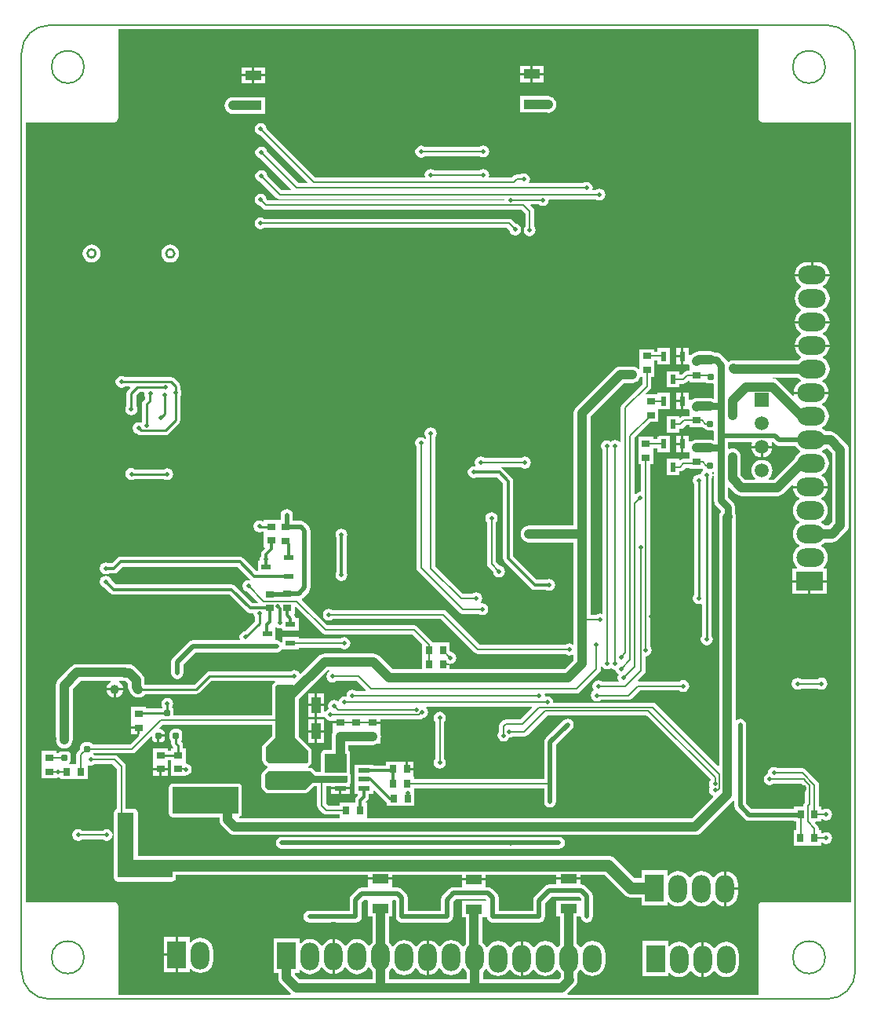
<source format=gbl>
%FSLAX25Y25*%
%MOIN*%
G70*
G01*
G75*
G04 Layer_Physical_Order=2*
G04 Layer_Color=16711680*
%ADD10C,0.01000*%
%ADD11C,0.02000*%
%ADD12C,0.02000*%
%ADD13R,0.02756X0.03347*%
%ADD14R,0.03347X0.02756*%
%ADD15R,0.03937X0.02362*%
G04:AMPARAMS|DCode=16|XSize=39.37mil|YSize=41.34mil|CornerRadius=5.91mil|HoleSize=0mil|Usage=FLASHONLY|Rotation=180.000|XOffset=0mil|YOffset=0mil|HoleType=Round|Shape=RoundedRectangle|*
%AMROUNDEDRECTD16*
21,1,0.03937,0.02953,0,0,180.0*
21,1,0.02756,0.04134,0,0,180.0*
1,1,0.01181,-0.01378,0.01476*
1,1,0.01181,0.01378,0.01476*
1,1,0.01181,0.01378,-0.01476*
1,1,0.01181,-0.01378,-0.01476*
%
%ADD16ROUNDEDRECTD16*%
G04:AMPARAMS|DCode=17|XSize=41.34mil|YSize=86.61mil|CornerRadius=6.2mil|HoleSize=0mil|Usage=FLASHONLY|Rotation=180.000|XOffset=0mil|YOffset=0mil|HoleType=Round|Shape=RoundedRectangle|*
%AMROUNDEDRECTD17*
21,1,0.04134,0.07421,0,0,180.0*
21,1,0.02894,0.08661,0,0,180.0*
1,1,0.01240,-0.01447,0.03711*
1,1,0.01240,0.01447,0.03711*
1,1,0.01240,0.01447,-0.03711*
1,1,0.01240,-0.01447,-0.03711*
%
%ADD17ROUNDEDRECTD17*%
%ADD18R,0.07874X0.07874*%
%ADD19R,0.07087X0.03937*%
%ADD20R,0.02000X0.05000*%
%ADD21R,0.02362X0.03937*%
%ADD22R,0.05906X0.05906*%
%ADD23R,0.07874X0.07874*%
%ADD24R,0.02559X0.05315*%
%ADD25R,0.03937X0.05118*%
%ADD26R,0.05118X0.03937*%
G04:AMPARAMS|DCode=27|XSize=157.48mil|YSize=59.06mil|CornerRadius=8.86mil|HoleSize=0mil|Usage=FLASHONLY|Rotation=180.000|XOffset=0mil|YOffset=0mil|HoleType=Round|Shape=RoundedRectangle|*
%AMROUNDEDRECTD27*
21,1,0.15748,0.04134,0,0,180.0*
21,1,0.13976,0.05906,0,0,180.0*
1,1,0.01772,-0.06988,0.02067*
1,1,0.01772,0.06988,0.02067*
1,1,0.01772,0.06988,-0.02067*
1,1,0.01772,-0.06988,-0.02067*
%
%ADD27ROUNDEDRECTD27*%
%ADD28R,0.06299X0.03543*%
%ADD29R,0.03543X0.06299*%
%ADD30R,0.01969X0.09843*%
%ADD31R,0.03937X0.03150*%
%ADD32R,0.03150X0.03937*%
%ADD33R,0.09843X0.11811*%
%ADD34O,0.07087X0.02362*%
%ADD35O,0.02362X0.07087*%
%ADD36R,0.01575X0.03347*%
%ADD37R,0.01378X0.01181*%
%ADD38R,0.01378X0.00984*%
%ADD39R,0.01181X0.01181*%
%ADD40O,0.02500X0.05500*%
%ADD41R,0.02500X0.05500*%
%ADD42R,0.05000X0.05000*%
%ADD43R,0.07874X0.05000*%
G04:AMPARAMS|DCode=44|XSize=45mil|YSize=65mil|CornerRadius=5.63mil|HoleSize=0mil|Usage=FLASHONLY|Rotation=270.000|XOffset=0mil|YOffset=0mil|HoleType=Round|Shape=RoundedRectangle|*
%AMROUNDEDRECTD44*
21,1,0.04500,0.05375,0,0,270.0*
21,1,0.03375,0.06500,0,0,270.0*
1,1,0.01125,-0.02688,-0.01688*
1,1,0.01125,-0.02688,0.01688*
1,1,0.01125,0.02688,0.01688*
1,1,0.01125,0.02688,-0.01688*
%
%ADD44ROUNDEDRECTD44*%
%ADD45R,0.07874X0.06693*%
%ADD46O,0.06299X0.01181*%
%ADD47O,0.01181X0.06299*%
%ADD48R,0.06299X0.01181*%
%ADD49R,0.02559X0.04843*%
%ADD50R,0.02756X0.08268*%
%ADD51C,0.00800*%
%ADD52C,0.04000*%
%ADD53C,0.01200*%
%ADD54R,0.09200X0.08300*%
%ADD55R,0.49000X0.11200*%
%ADD56R,0.07000X0.08100*%
%ADD57R,0.06200X0.16300*%
%ADD58R,0.25800X0.06600*%
%ADD59R,0.08400X0.20000*%
%ADD60C,0.00500*%
%ADD61C,0.05906*%
%ADD62R,0.05906X0.05906*%
%ADD63R,0.07874X0.11811*%
%ADD64O,0.07874X0.11811*%
%ADD65C,0.03937*%
%ADD66O,0.11811X0.07874*%
%ADD67R,0.11811X0.07874*%
%ADD68C,0.03000*%
%ADD69C,0.04000*%
G04:AMPARAMS|DCode=70|XSize=23.62mil|YSize=25.59mil|CornerRadius=3.54mil|HoleSize=0mil|Usage=FLASHONLY|Rotation=90.000|XOffset=0mil|YOffset=0mil|HoleType=Round|Shape=RoundedRectangle|*
%AMROUNDEDRECTD70*
21,1,0.02362,0.01850,0,0,90.0*
21,1,0.01654,0.02559,0,0,90.0*
1,1,0.00709,0.00925,0.00827*
1,1,0.00709,0.00925,-0.00827*
1,1,0.00709,-0.00925,-0.00827*
1,1,0.00709,-0.00925,0.00827*
%
%ADD70ROUNDEDRECTD70*%
G04:AMPARAMS|DCode=71|XSize=23.62mil|YSize=25.59mil|CornerRadius=3.54mil|HoleSize=0mil|Usage=FLASHONLY|Rotation=180.000|XOffset=0mil|YOffset=0mil|HoleType=Round|Shape=RoundedRectangle|*
%AMROUNDEDRECTD71*
21,1,0.02362,0.01850,0,0,180.0*
21,1,0.01654,0.02559,0,0,180.0*
1,1,0.00709,-0.00827,0.00925*
1,1,0.00709,0.00827,0.00925*
1,1,0.00709,0.00827,-0.00925*
1,1,0.00709,-0.00827,-0.00925*
%
%ADD71ROUNDEDRECTD71*%
%ADD72R,0.05000X0.02000*%
%ADD73R,0.03937X0.07087*%
%ADD74C,0.03000*%
%ADD75C,0.05000*%
%ADD76R,0.27900X0.11200*%
%ADD77R,0.23200X0.07700*%
%ADD78R,0.07100X0.27500*%
G36*
X301365Y374016D02*
X301501Y373333D01*
X301888Y372754D01*
X302467Y372368D01*
X303150Y372232D01*
X340736D01*
Y41154D01*
X303150D01*
X302467Y41019D01*
X301888Y40632D01*
X301501Y40053D01*
X301365Y39370D01*
Y1784D01*
X220297D01*
X220136Y2258D01*
X220196Y2304D01*
X223396Y5504D01*
X223957Y6235D01*
X224310Y7086D01*
X224430Y8000D01*
X224330Y8760D01*
Y11106D01*
X224678Y11373D01*
X225549Y12508D01*
X225550Y12510D01*
X226050D01*
X226051Y12508D01*
X226922Y11373D01*
X228058Y10501D01*
X229381Y9953D01*
X230800Y9766D01*
X232219Y9953D01*
X233542Y10501D01*
X234678Y11373D01*
X235549Y12508D01*
X236097Y13831D01*
X236284Y15250D01*
Y19187D01*
X236097Y20607D01*
X235549Y21929D01*
X234678Y23065D01*
X233542Y23937D01*
X232219Y24485D01*
X230800Y24671D01*
X229381Y24485D01*
X228058Y23937D01*
X226922Y23065D01*
X226051Y21929D01*
X226050Y21927D01*
X225550D01*
X225549Y21929D01*
X224678Y23065D01*
X224123Y23491D01*
Y34931D01*
X225601D01*
X225988Y34614D01*
X226112Y33991D01*
X226664Y33164D01*
X227491Y32612D01*
X228467Y32418D01*
X229442Y32612D01*
X230269Y33164D01*
X230822Y33991D01*
X231016Y34967D01*
X231016Y34967D01*
X231016Y34967D01*
Y34967D01*
Y43633D01*
X230822Y44609D01*
X230269Y45436D01*
X227802Y47902D01*
X226975Y48455D01*
X226000Y48649D01*
X225636D01*
Y50695D01*
X215549D01*
Y48649D01*
X212400D01*
X211424Y48455D01*
X210598Y47902D01*
X206314Y43619D01*
X205762Y42792D01*
X205568Y41817D01*
Y37516D01*
X191016D01*
Y42933D01*
X190822Y43909D01*
X190269Y44736D01*
X188202Y46802D01*
X187375Y47355D01*
X186400Y47549D01*
X185543D01*
Y50395D01*
X175457D01*
Y47549D01*
X171800D01*
X170825Y47355D01*
X169998Y46802D01*
X167214Y44019D01*
X166662Y43192D01*
X166468Y42217D01*
Y37516D01*
X152416D01*
Y42933D01*
X152222Y43909D01*
X151669Y44736D01*
X149902Y46502D01*
X149075Y47055D01*
X148100Y47249D01*
X145643D01*
Y47727D01*
X145643D01*
Y50695D01*
X135557D01*
Y47727D01*
X135557D01*
Y47602D01*
X135203Y47249D01*
X132700D01*
X131725Y47055D01*
X130898Y46502D01*
X128414Y44019D01*
X127862Y43192D01*
X127668Y42217D01*
Y37516D01*
X110567D01*
X109591Y37322D01*
X108764Y36769D01*
X108212Y35942D01*
X108018Y34967D01*
X108212Y33991D01*
X108764Y33164D01*
X109591Y32612D01*
X110567Y32418D01*
X130217D01*
X131192Y32612D01*
X132019Y33164D01*
X132572Y33991D01*
X132766Y34967D01*
Y41161D01*
X133756Y42151D01*
X135203D01*
X135557Y41798D01*
Y34931D01*
X137270D01*
Y24119D01*
X136922Y23853D01*
X136051Y22717D01*
X136050Y22715D01*
X135550D01*
X135549Y22717D01*
X134678Y23853D01*
X133542Y24724D01*
X132219Y25272D01*
X130800Y25459D01*
X129381Y25272D01*
X128058Y24724D01*
X126922Y23853D01*
X126051Y22717D01*
X126050Y22715D01*
X125550D01*
X125549Y22717D01*
X124678Y23853D01*
X123542Y24724D01*
X122219Y25272D01*
X121300Y25393D01*
Y18005D01*
Y10620D01*
X122219Y10741D01*
X123542Y11289D01*
X124678Y12160D01*
X125549Y13296D01*
X125550Y13298D01*
X126050D01*
X126051Y13296D01*
X126922Y12160D01*
X128058Y11289D01*
X129381Y10741D01*
X130800Y10554D01*
X132219Y10741D01*
X133542Y11289D01*
X134678Y12160D01*
X135549Y13296D01*
X135550Y13298D01*
X136050D01*
X136051Y13296D01*
X136922Y12160D01*
X137270Y11893D01*
Y8330D01*
X106562D01*
X104330Y10562D01*
Y10994D01*
X106237D01*
Y12275D01*
X106711Y12436D01*
X106922Y12160D01*
X108058Y11289D01*
X109381Y10741D01*
X110800Y10554D01*
X112219Y10741D01*
X113542Y11289D01*
X114678Y12160D01*
X115549Y13296D01*
X115550Y13298D01*
X116050D01*
X116051Y13296D01*
X116922Y12160D01*
X118058Y11289D01*
X119381Y10741D01*
X120300Y10620D01*
Y18005D01*
Y25393D01*
X119381Y25272D01*
X118058Y24724D01*
X116922Y23853D01*
X116051Y22717D01*
X116050Y22715D01*
X115550D01*
X115549Y22717D01*
X114678Y23853D01*
X113542Y24724D01*
X112219Y25272D01*
X110800Y25459D01*
X109381Y25272D01*
X108058Y24724D01*
X106922Y23853D01*
X106711Y23576D01*
X106237Y23737D01*
Y25806D01*
X95363D01*
Y10994D01*
X97270D01*
Y9100D01*
X97390Y8186D01*
X97743Y7335D01*
X98304Y6604D01*
X102604Y2304D01*
X102604D01*
X102604Y2304D01*
X102604D01*
X102604Y2304D01*
Y2304D01*
X102604Y2304D01*
Y2304D01*
X102664Y2258D01*
X102503Y1784D01*
X29343D01*
Y39370D01*
X29208Y40053D01*
X28821Y40632D01*
X28242Y41019D01*
X27559Y41154D01*
X-10027D01*
Y372232D01*
X27559D01*
X28242Y372368D01*
X28821Y372754D01*
X29208Y373333D01*
X29343Y374016D01*
Y411602D01*
X301365D01*
Y374016D01*
D02*
G37*
G36*
X185918Y41878D02*
Y41568D01*
X185543D01*
Y41568D01*
X180969D01*
X180500Y41630D01*
X180031Y41568D01*
X175457D01*
Y34631D01*
X176970D01*
Y23495D01*
X176922Y23459D01*
X176051Y22323D01*
X176050Y22321D01*
X175550D01*
X175549Y22323D01*
X174678Y23459D01*
X173542Y24330D01*
X172219Y24878D01*
X170800Y25065D01*
X169381Y24878D01*
X168058Y24330D01*
X166922Y23459D01*
X166051Y22323D01*
X166050Y22321D01*
X165550D01*
X165549Y22323D01*
X164678Y23459D01*
X163542Y24330D01*
X162219Y24878D01*
X161300Y24999D01*
Y17612D01*
Y10226D01*
X162219Y10347D01*
X163542Y10895D01*
X164678Y11766D01*
X165549Y12902D01*
X165550Y12904D01*
X166050D01*
X166051Y12902D01*
X166922Y11766D01*
X168058Y10895D01*
X169381Y10347D01*
X170800Y10160D01*
X172219Y10347D01*
X173542Y10895D01*
X174678Y11766D01*
X175549Y12902D01*
X175550Y12904D01*
X176050D01*
X176051Y12902D01*
X176922Y11766D01*
X177270Y11500D01*
Y8330D01*
X144330D01*
Y11893D01*
X144678Y12160D01*
X145465Y13186D01*
X145960Y13120D01*
X146051Y12902D01*
X146922Y11766D01*
X148058Y10895D01*
X149381Y10347D01*
X150800Y10160D01*
X152219Y10347D01*
X153542Y10895D01*
X154678Y11766D01*
X155549Y12902D01*
X155550Y12904D01*
X156050D01*
X156051Y12902D01*
X156922Y11766D01*
X158058Y10895D01*
X159381Y10347D01*
X160300Y10226D01*
Y17612D01*
Y24999D01*
X159381Y24878D01*
X158058Y24330D01*
X156922Y23459D01*
X156051Y22323D01*
X156050Y22321D01*
X155550D01*
X155549Y22323D01*
X154678Y23459D01*
X153542Y24330D01*
X152219Y24878D01*
X150800Y25065D01*
X149381Y24878D01*
X148058Y24330D01*
X146922Y23459D01*
X146135Y22433D01*
X145640Y22499D01*
X145549Y22717D01*
X144678Y23853D01*
X144330Y24119D01*
Y34931D01*
X145643D01*
Y41797D01*
X145643Y41798D01*
D01*
D01*
X145643Y41868D01*
D01*
X145926Y42151D01*
X147044D01*
X147318Y41877D01*
Y34967D01*
X147512Y33991D01*
X148064Y33164D01*
X148891Y32612D01*
X149867Y32418D01*
X169017D01*
X169992Y32612D01*
X170819Y33164D01*
X171372Y33991D01*
X171566Y34967D01*
X171566Y34967D01*
X171566Y34967D01*
Y34967D01*
Y41161D01*
X172856Y42451D01*
X185344D01*
X185918Y41878D01*
D02*
G37*
G36*
X225918Y42578D02*
Y42150D01*
X225636Y41868D01*
X225564Y41868D01*
X225564Y41868D01*
Y41868D01*
X221061D01*
X220593Y41930D01*
X220124Y41868D01*
X215549D01*
Y34931D01*
X217062D01*
Y23173D01*
X216922Y23065D01*
X216051Y21929D01*
X216050Y21927D01*
X215550D01*
X215549Y21929D01*
X214678Y23065D01*
X213542Y23937D01*
X212219Y24485D01*
X210800Y24671D01*
X209381Y24485D01*
X208058Y23937D01*
X206922Y23065D01*
X206051Y21929D01*
X206050Y21927D01*
X205550D01*
X205549Y21929D01*
X204678Y23065D01*
X203542Y23937D01*
X202219Y24485D01*
X201300Y24606D01*
Y17218D01*
Y9832D01*
X202219Y9953D01*
X203542Y10501D01*
X204678Y11373D01*
X205549Y12508D01*
X205550Y12510D01*
X206050D01*
X206051Y12508D01*
X206922Y11373D01*
X208058Y10501D01*
X209381Y9953D01*
X210800Y9766D01*
X212219Y9953D01*
X213542Y10501D01*
X214678Y11373D01*
X215549Y12508D01*
X215550Y12510D01*
X216050D01*
X216051Y12508D01*
X216922Y11373D01*
X217270Y11106D01*
Y9362D01*
X216238Y8330D01*
X184330D01*
Y11500D01*
X184678Y11766D01*
X185465Y12792D01*
X185960Y12727D01*
X186051Y12508D01*
X186922Y11373D01*
X188058Y10501D01*
X189381Y9953D01*
X190800Y9766D01*
X192219Y9953D01*
X193542Y10501D01*
X194678Y11373D01*
X195549Y12508D01*
X195550Y12510D01*
X196050D01*
X196051Y12508D01*
X196922Y11373D01*
X198058Y10501D01*
X199381Y9953D01*
X200300Y9832D01*
Y17218D01*
Y24606D01*
X199381Y24485D01*
X198058Y23937D01*
X196922Y23065D01*
X196051Y21929D01*
X196050Y21927D01*
X195550D01*
X195549Y21929D01*
X194678Y23065D01*
X193542Y23937D01*
X192219Y24485D01*
X190800Y24671D01*
X189381Y24485D01*
X188058Y23937D01*
X186922Y23065D01*
X186135Y22040D01*
X185640Y22105D01*
X185549Y22323D01*
X184678Y23459D01*
X184030Y23956D01*
Y34631D01*
X185543D01*
Y34631D01*
X185984D01*
X186112Y33991D01*
X186664Y33164D01*
X187491Y32612D01*
X188467Y32418D01*
X208117D01*
X209092Y32612D01*
X209919Y33164D01*
X210472Y33991D01*
X210666Y34967D01*
Y40761D01*
X213456Y43551D01*
X224944D01*
X225918Y42578D01*
D02*
G37*
%LPC*%
G36*
X322500Y176900D02*
X315595D01*
Y171963D01*
X322500D01*
Y176900D01*
D02*
G37*
G36*
X328200Y136449D02*
X327224Y136255D01*
X326450Y135737D01*
X319601D01*
X318975Y136155D01*
X318000Y136349D01*
X317024Y136155D01*
X316198Y135602D01*
X315645Y134775D01*
X315451Y133800D01*
X315645Y132825D01*
X316198Y131998D01*
X317024Y131445D01*
X318000Y131251D01*
X318975Y131445D01*
X319601Y131863D01*
X326749D01*
X327224Y131545D01*
X328200Y131351D01*
X329175Y131545D01*
X330002Y132098D01*
X330555Y132924D01*
X330749Y133900D01*
X330555Y134876D01*
X330002Y135702D01*
X329175Y136255D01*
X328200Y136449D01*
D02*
G37*
G36*
X37498Y114713D02*
X34824D01*
Y112335D01*
X37498D01*
Y114713D01*
D02*
G37*
G36*
X49075Y111296D02*
X46858D01*
Y108980D01*
X47184D01*
X47908Y109124D01*
X48521Y109534D01*
X48931Y110147D01*
X49075Y110871D01*
Y111296D01*
D02*
G37*
G36*
X31330Y131019D02*
X28398D01*
Y128086D01*
X28803Y128140D01*
X29647Y128489D01*
X30371Y129045D01*
X30927Y129770D01*
X31277Y130613D01*
X31330Y131019D01*
D02*
G37*
G36*
X27398D02*
X24465D01*
X24518Y130613D01*
X24868Y129770D01*
X25424Y129045D01*
X26148Y128489D01*
X26992Y128140D01*
X27398Y128086D01*
Y131019D01*
D02*
G37*
G36*
X34900Y225449D02*
X33924Y225255D01*
X33098Y224702D01*
X32545Y223875D01*
X32351Y222900D01*
X32545Y221924D01*
X33098Y221098D01*
X33924Y220545D01*
X34900Y220351D01*
X35875Y220545D01*
X36198Y220761D01*
X48652D01*
X49125Y220445D01*
X50100Y220251D01*
X51076Y220445D01*
X51902Y220998D01*
X52455Y221825D01*
X52649Y222800D01*
X52455Y223776D01*
X51902Y224602D01*
X51076Y225155D01*
X50100Y225349D01*
X49125Y225155D01*
X48652Y224839D01*
X36498D01*
X35875Y225255D01*
X34900Y225449D01*
D02*
G37*
G36*
X183352Y230297D02*
X182377Y230103D01*
X181550Y229551D01*
X180997Y228724D01*
X180803Y227748D01*
X180997Y226773D01*
X181206Y226460D01*
X180928Y226044D01*
X180400Y226149D01*
X179425Y225955D01*
X178598Y225402D01*
X178045Y224575D01*
X177851Y223600D01*
X178045Y222624D01*
X178598Y221798D01*
X179425Y221245D01*
X180400Y221051D01*
X181376Y221245D01*
X181695Y221459D01*
X190413D01*
X192859Y219013D01*
Y187100D01*
X193022Y186281D01*
X193486Y185586D01*
X204786Y174286D01*
X205481Y173822D01*
X205481Y173822D01*
X205481Y173822D01*
D01*
X205481Y173822D01*
X205481Y173822D01*
X206300Y173659D01*
X211105D01*
X211424Y173445D01*
X212400Y173251D01*
X213375Y173445D01*
X214202Y173998D01*
X214755Y174825D01*
X214949Y175800D01*
X214755Y176776D01*
X214202Y177602D01*
X213375Y178155D01*
X212400Y178349D01*
X211424Y178155D01*
X211105Y177941D01*
X207187D01*
X197141Y187987D01*
Y219900D01*
X196978Y220719D01*
X196514Y221414D01*
X192814Y225114D01*
X192119Y225578D01*
X191300Y225741D01*
X191370Y225811D01*
X200527D01*
X201224Y225345D01*
X202200Y225151D01*
X203175Y225345D01*
X204002Y225898D01*
X204555Y226725D01*
X204749Y227700D01*
X204555Y228676D01*
X204002Y229502D01*
X203175Y230055D01*
X202200Y230249D01*
X201224Y230055D01*
X200671Y229685D01*
X184953D01*
X184327Y230103D01*
X183352Y230297D01*
D02*
G37*
G36*
X268528Y235200D02*
X266347D01*
Y232231D01*
X268528D01*
Y235200D01*
D02*
G37*
G36*
X330405Y176900D02*
X323500D01*
Y171963D01*
X330405D01*
Y176900D01*
D02*
G37*
G36*
X124200Y199749D02*
X123224Y199555D01*
X122398Y199002D01*
X121845Y198176D01*
X121651Y197200D01*
X121845Y196224D01*
X122059Y195905D01*
Y181295D01*
X121845Y180975D01*
X121651Y180000D01*
X121845Y179025D01*
X122398Y178198D01*
X123224Y177645D01*
X124200Y177451D01*
X125175Y177645D01*
X126002Y178198D01*
X126555Y179025D01*
X126749Y180000D01*
X126555Y180975D01*
X126341Y181295D01*
Y195905D01*
X126555Y196224D01*
X126749Y197200D01*
X126555Y198176D01*
X126002Y199002D01*
X125175Y199555D01*
X124200Y199749D01*
D02*
G37*
G36*
X187900Y206649D02*
X186925Y206455D01*
X186098Y205902D01*
X185545Y205076D01*
X185351Y204100D01*
X185545Y203124D01*
X185963Y202499D01*
Y184700D01*
X186110Y183959D01*
X186530Y183330D01*
X188610Y181251D01*
X188756Y180513D01*
X189309Y179686D01*
X190136Y179134D01*
X191111Y178940D01*
X192087Y179134D01*
X192914Y179686D01*
X193466Y180513D01*
X193660Y181489D01*
X193466Y182464D01*
X192914Y183291D01*
X192087Y183844D01*
X191349Y183991D01*
X189837Y185502D01*
Y202499D01*
X190255Y203124D01*
X190449Y204100D01*
X190255Y205076D01*
X189702Y205902D01*
X188875Y206455D01*
X187900Y206649D01*
D02*
G37*
G36*
X53700Y26305D02*
X48763D01*
Y19400D01*
X53700D01*
Y26305D01*
D02*
G37*
G36*
X287600Y24259D02*
X286181Y24072D01*
X284858Y23524D01*
X283722Y22652D01*
X282851Y21517D01*
X282850Y21515D01*
X282350D01*
X282349Y21517D01*
X281478Y22652D01*
X280342Y23524D01*
X279019Y24072D01*
X278100Y24193D01*
Y16805D01*
Y9420D01*
X279019Y9541D01*
X280342Y10089D01*
X281478Y10960D01*
X282349Y12096D01*
X282350Y12098D01*
X282850D01*
X282851Y12096D01*
X283722Y10960D01*
X284858Y10089D01*
X286181Y9541D01*
X287600Y9354D01*
X289019Y9541D01*
X290342Y10089D01*
X291478Y10960D01*
X292349Y12096D01*
X292897Y13419D01*
X293084Y14838D01*
Y18775D01*
X292897Y20194D01*
X292349Y21517D01*
X291478Y22652D01*
X290342Y23524D01*
X289019Y24072D01*
X287600Y24259D01*
D02*
G37*
G36*
X292684Y46306D02*
X287700D01*
Y39420D01*
X288619Y39541D01*
X289942Y40089D01*
X291078Y40960D01*
X291949Y42096D01*
X292497Y43418D01*
X292684Y44838D01*
Y46306D01*
D02*
G37*
G36*
X263037Y24606D02*
X252163D01*
Y9794D01*
X263037D01*
Y11075D01*
X263510Y11236D01*
X263722Y10960D01*
X264858Y10089D01*
X266181Y9541D01*
X267600Y9354D01*
X269019Y9541D01*
X270342Y10089D01*
X271478Y10960D01*
X272349Y12096D01*
X272350Y12098D01*
X272850D01*
X272851Y12096D01*
X273722Y10960D01*
X274858Y10089D01*
X276181Y9541D01*
X277100Y9420D01*
Y16805D01*
Y24193D01*
X276181Y24072D01*
X274858Y23524D01*
X273722Y22652D01*
X272851Y21517D01*
X272850Y21515D01*
X272350D01*
X272349Y21517D01*
X271478Y22652D01*
X270342Y23524D01*
X269019Y24072D01*
X267600Y24259D01*
X266181Y24072D01*
X264858Y23524D01*
X263722Y22652D01*
X263510Y22377D01*
X263037Y22537D01*
Y24606D01*
D02*
G37*
G36*
X59637Y26305D02*
X54700D01*
Y18899D01*
Y11495D01*
X59637D01*
Y12775D01*
X60110Y12936D01*
X60322Y12660D01*
X61458Y11789D01*
X62781Y11241D01*
X64200Y11054D01*
X65619Y11241D01*
X66942Y11789D01*
X68078Y12660D01*
X68949Y13796D01*
X69497Y15119D01*
X69684Y16538D01*
Y20475D01*
X69497Y21894D01*
X68949Y23217D01*
X68078Y24352D01*
X66942Y25224D01*
X65619Y25772D01*
X64200Y25959D01*
X62781Y25772D01*
X61458Y25224D01*
X60322Y24352D01*
X60110Y24077D01*
X59637Y24237D01*
Y26305D01*
D02*
G37*
G36*
X53700Y18400D02*
X48763D01*
Y11495D01*
X53700D01*
Y18400D01*
D02*
G37*
G36*
X46798Y97113D02*
X44124D01*
Y94735D01*
X46798D01*
Y97113D01*
D02*
G37*
G36*
X50471D02*
X47798D01*
Y94735D01*
X50471D01*
Y97113D01*
D02*
G37*
G36*
X54664Y114612D02*
X53011D01*
X52288Y114468D01*
X51674Y114058D01*
X51264Y113445D01*
X51120Y112721D01*
Y110871D01*
X51264Y110147D01*
X51674Y109534D01*
X51799Y109451D01*
Y108562D01*
X51954Y107782D01*
X52396Y107120D01*
X52657Y106859D01*
X52466Y106397D01*
X51624D01*
Y105558D01*
X50471D01*
Y106397D01*
X44124D01*
Y100845D01*
X44124Y100845D01*
X44124D01*
X44124Y100641D01*
Y100491D01*
D01*
D01*
D01*
X44124D01*
D01*
Y98113D01*
X50471D01*
Y100287D01*
X50471Y100287D01*
D01*
D01*
X50471Y100491D01*
Y100507D01*
Y100566D01*
X50471Y100641D01*
X50471Y100845D01*
X50471Y100845D01*
X50471D01*
Y101480D01*
X51624D01*
Y100845D01*
X51624Y100845D01*
X51624D01*
X51624Y100641D01*
Y100491D01*
D01*
D01*
D01*
X51624D01*
D01*
Y94735D01*
X57971D01*
Y94965D01*
X58876Y95145D01*
X59702Y95698D01*
X60255Y96525D01*
X60449Y97500D01*
X60255Y98475D01*
X59702Y99302D01*
X58876Y99855D01*
X57971Y100035D01*
Y100287D01*
X57971Y100287D01*
D01*
D01*
X57971Y100491D01*
Y100507D01*
Y100566D01*
X57971Y100641D01*
X57971Y100845D01*
X57971Y100845D01*
X57971D01*
Y106397D01*
X56837D01*
Y107602D01*
X56682Y108383D01*
X56239Y109044D01*
X55877Y109407D01*
Y109451D01*
X56001Y109534D01*
X56411Y110147D01*
X56555Y110871D01*
Y112721D01*
X56411Y113445D01*
X56001Y114058D01*
X55388Y114468D01*
X54664Y114612D01*
D02*
G37*
G36*
X287700Y54193D02*
Y47306D01*
X292684D01*
Y48775D01*
X292497Y50194D01*
X291949Y51517D01*
X291078Y52653D01*
X289942Y53524D01*
X288619Y54072D01*
X287700Y54193D01*
D02*
G37*
G36*
X216561Y68849D02*
X98861D01*
X97886Y68655D01*
X97059Y68102D01*
X96506Y67276D01*
X96312Y66300D01*
X96506Y65324D01*
X97059Y64498D01*
X97886Y63945D01*
X98861Y63751D01*
X195458D01*
X195961Y63651D01*
X196464Y63751D01*
X216561D01*
X217537Y63945D01*
X218363Y64498D01*
X218916Y65324D01*
X219110Y66300D01*
X218916Y67276D01*
X218363Y68102D01*
X217537Y68655D01*
X216561Y68849D01*
D02*
G37*
G36*
X24400Y72149D02*
X23425Y71955D01*
X22799Y71537D01*
X13901D01*
X13275Y71955D01*
X12300Y72149D01*
X11325Y71955D01*
X10498Y71402D01*
X9945Y70575D01*
X9751Y69600D01*
X9945Y68625D01*
X10498Y67798D01*
X11325Y67245D01*
X12300Y67051D01*
X13275Y67245D01*
X13901Y67663D01*
X22799D01*
X23425Y67245D01*
X24400Y67051D01*
X25376Y67245D01*
X26202Y67798D01*
X26755Y68625D01*
X26949Y69600D01*
X26755Y70575D01*
X26202Y71402D01*
X25376Y71955D01*
X24400Y72149D01*
D02*
G37*
G36*
X268528Y239169D02*
X266347D01*
Y236200D01*
X268528D01*
Y239169D01*
D02*
G37*
G36*
X323681Y312884D02*
X322213D01*
X320793Y312697D01*
X319471Y312149D01*
X318335Y311278D01*
X317463Y310142D01*
X316915Y308819D01*
X316794Y307900D01*
X323681D01*
Y312884D01*
D02*
G37*
G36*
X326150D02*
X324681D01*
Y307900D01*
X331568D01*
X331447Y308819D01*
X330899Y310142D01*
X330027Y311278D01*
X328892Y312149D01*
X327569Y312697D01*
X326150Y312884D01*
D02*
G37*
G36*
X86200Y391595D02*
X81657D01*
Y388627D01*
X86200D01*
Y391595D01*
D02*
G37*
G36*
X91743D02*
X87200D01*
Y388627D01*
X91743D01*
Y391595D01*
D02*
G37*
G36*
X86200Y395564D02*
X81657D01*
Y392595D01*
X86200D01*
Y395564D01*
D02*
G37*
G36*
X210043Y392095D02*
X205500D01*
Y389127D01*
X210043D01*
Y392095D01*
D02*
G37*
G36*
X204500D02*
X199957D01*
Y389127D01*
X204500D01*
Y392095D01*
D02*
G37*
G36*
X51410Y320285D02*
X50425Y320156D01*
X49507Y319776D01*
X48719Y319171D01*
X48115Y318383D01*
X47735Y317466D01*
X47605Y316481D01*
X47735Y315496D01*
X48115Y314579D01*
X48719Y313791D01*
X49507Y313187D01*
X50425Y312807D01*
X51410Y312677D01*
X52394Y312807D01*
X53312Y313187D01*
X54099Y313791D01*
X54704Y314579D01*
X55084Y315496D01*
X55214Y316481D01*
X55084Y317466D01*
X54704Y318383D01*
X54099Y319171D01*
X53312Y319776D01*
X52394Y320156D01*
X51410Y320285D01*
D02*
G37*
G36*
X89790Y331839D02*
X88814Y331645D01*
X87987Y331092D01*
X87435Y330265D01*
X87241Y329290D01*
X87435Y328314D01*
X87987Y327487D01*
X88814Y326935D01*
X89790Y326741D01*
X90765Y326935D01*
X91390Y327352D01*
X194508D01*
X195498Y326362D01*
X195645Y325624D01*
X196198Y324798D01*
X197025Y324245D01*
X198000Y324051D01*
X198976Y324245D01*
X199802Y324798D01*
X200355Y325624D01*
X200549Y326600D01*
X200355Y327575D01*
X199802Y328402D01*
X198976Y328955D01*
X198238Y329102D01*
X196680Y330660D01*
X196052Y331080D01*
X195310Y331227D01*
X91390D01*
X90765Y331645D01*
X89790Y331839D01*
D02*
G37*
G36*
Y371839D02*
X88814Y371645D01*
X87987Y371092D01*
X87435Y370265D01*
X87241Y369290D01*
X87435Y368314D01*
X87987Y367487D01*
X88814Y366935D01*
X89552Y366788D01*
X109641Y346699D01*
X109449Y346237D01*
X105902D01*
X92602Y359538D01*
X92455Y360276D01*
X91902Y361102D01*
X91075Y361655D01*
X90100Y361849D01*
X89125Y361655D01*
X88298Y361102D01*
X87745Y360276D01*
X87551Y359300D01*
X87745Y358325D01*
X88298Y357498D01*
X89125Y356945D01*
X89862Y356798D01*
X102761Y343899D01*
X102570Y343437D01*
X98702D01*
X92602Y349538D01*
X92455Y350275D01*
X91902Y351102D01*
X91075Y351655D01*
X90100Y351849D01*
X89125Y351655D01*
X88298Y351102D01*
X87745Y350275D01*
X87551Y349300D01*
X87745Y348324D01*
X88298Y347498D01*
X89125Y346945D01*
X89862Y346798D01*
X96530Y340130D01*
X97159Y339710D01*
X97900Y339563D01*
X193153D01*
X193296Y339389D01*
X193082Y338937D01*
X92882D01*
X92291Y339528D01*
X92145Y340265D01*
X91592Y341092D01*
X90765Y341645D01*
X89790Y341839D01*
X88814Y341645D01*
X87987Y341092D01*
X87435Y340265D01*
X87241Y339290D01*
X87435Y338314D01*
X87987Y337487D01*
X88814Y336935D01*
X89552Y336788D01*
X90710Y335630D01*
X91338Y335210D01*
X92080Y335063D01*
X200698D01*
X202263Y333498D01*
Y328001D01*
X201845Y327376D01*
X201651Y326400D01*
X201845Y325425D01*
X202398Y324598D01*
X203224Y324045D01*
X204200Y323851D01*
X205175Y324045D01*
X206002Y324598D01*
X206555Y325425D01*
X206749Y326400D01*
X206555Y327376D01*
X206137Y328001D01*
Y334300D01*
X205990Y335041D01*
X205570Y335670D01*
X204439Y336801D01*
X204630Y337263D01*
X207999D01*
X208625Y336845D01*
X209600Y336651D01*
X210576Y336845D01*
X211402Y337398D01*
X211955Y338225D01*
X212149Y339200D01*
X212447Y339563D01*
X232199D01*
X232824Y339145D01*
X233800Y338951D01*
X234775Y339145D01*
X235602Y339698D01*
X236155Y340525D01*
X236349Y341500D01*
X236155Y342476D01*
X235602Y343302D01*
X234775Y343855D01*
X233800Y344049D01*
X232824Y343855D01*
X232199Y343437D01*
X231171D01*
X230854Y343824D01*
X230949Y344300D01*
X230755Y345275D01*
X230202Y346102D01*
X229376Y346655D01*
X228400Y346849D01*
X227425Y346655D01*
X226799Y346237D01*
X204059D01*
X203823Y346678D01*
X204055Y347024D01*
X204249Y348000D01*
X204055Y348975D01*
X203502Y349802D01*
X202676Y350355D01*
X201700Y350549D01*
X200725Y350355D01*
X200099Y349937D01*
X198600D01*
X197859Y349790D01*
X197230Y349370D01*
X196498Y348637D01*
X187112D01*
X186795Y349024D01*
X186949Y349800D01*
X186755Y350776D01*
X186202Y351602D01*
X185375Y352155D01*
X184400Y352349D01*
X183424Y352155D01*
X182799Y351737D01*
X163701D01*
X163075Y352155D01*
X162100Y352349D01*
X161125Y352155D01*
X160298Y351602D01*
X159745Y350776D01*
X159551Y349800D01*
X159705Y349024D01*
X159388Y348637D01*
X113182D01*
X92291Y369528D01*
X92145Y370265D01*
X91592Y371092D01*
X90765Y371645D01*
X89790Y371839D01*
D02*
G37*
G36*
X184400Y362349D02*
X183424Y362155D01*
X182799Y361737D01*
X159551D01*
X159075Y362055D01*
X158100Y362249D01*
X157124Y362055D01*
X156298Y361502D01*
X155745Y360676D01*
X155551Y359700D01*
X155745Y358724D01*
X156298Y357898D01*
X157124Y357345D01*
X158100Y357151D01*
X159075Y357345D01*
X159850Y357863D01*
X182799D01*
X183424Y357445D01*
X184400Y357251D01*
X185375Y357445D01*
X186202Y357998D01*
X186755Y358824D01*
X186949Y359800D01*
X186755Y360775D01*
X186202Y361602D01*
X185375Y362155D01*
X184400Y362349D01*
D02*
G37*
G36*
X211900Y383330D02*
X205000D01*
X204531Y383268D01*
X199957D01*
Y376331D01*
X204531D01*
X205000Y376270D01*
X211240D01*
X212000Y376170D01*
X212914Y376290D01*
X213765Y376643D01*
X214496Y377204D01*
X215057Y377935D01*
X215410Y378786D01*
X215530Y379700D01*
X215410Y380614D01*
X215057Y381465D01*
X214496Y382196D01*
X214396Y382296D01*
X213665Y382857D01*
X212814Y383210D01*
X211900Y383330D01*
D02*
G37*
G36*
X17945Y320285D02*
X16960Y320156D01*
X16043Y319776D01*
X15255Y319171D01*
X14650Y318383D01*
X14270Y317466D01*
X14141Y316481D01*
X14270Y315496D01*
X14650Y314579D01*
X15255Y313791D01*
X16043Y313187D01*
X16960Y312807D01*
X17945Y312677D01*
X18929Y312807D01*
X19847Y313187D01*
X20635Y313791D01*
X21239Y314579D01*
X21620Y315496D01*
X21749Y316481D01*
X21620Y317466D01*
X21239Y318383D01*
X20635Y319171D01*
X19847Y319776D01*
X18929Y320156D01*
X17945Y320285D01*
D02*
G37*
G36*
X86700Y382830D02*
X78000D01*
X77086Y382710D01*
X76235Y382357D01*
X75504Y381796D01*
X74943Y381065D01*
X74590Y380214D01*
X74470Y379300D01*
X74590Y378386D01*
X74943Y377535D01*
X75504Y376804D01*
X76235Y376243D01*
X77086Y375890D01*
X78000Y375770D01*
X86700D01*
X87169Y375832D01*
X91743D01*
Y382769D01*
X87169D01*
X86700Y382830D01*
D02*
G37*
G36*
X91743Y395564D02*
X87200D01*
Y392595D01*
X91743D01*
Y395564D01*
D02*
G37*
G36*
X30740Y264489D02*
X29765Y264295D01*
X28938Y263743D01*
X28385Y262916D01*
X28191Y261940D01*
X28385Y260965D01*
X28938Y260138D01*
X29765Y259585D01*
X30740Y259391D01*
X31716Y259585D01*
X32188Y259901D01*
X34164D01*
X34355Y259439D01*
X33456Y258540D01*
X33014Y257878D01*
X32858Y257098D01*
Y251748D01*
X32543Y251275D01*
X32349Y250300D01*
X32543Y249324D01*
X33095Y248498D01*
X33922Y247945D01*
X34898Y247751D01*
X35873Y247945D01*
X36700Y248498D01*
X37253Y249324D01*
X37447Y250300D01*
X37253Y251275D01*
X36937Y251748D01*
Y256253D01*
X38345Y257661D01*
X40049D01*
X40366Y257274D01*
X40351Y257200D01*
X40545Y256224D01*
X40858Y255756D01*
Y254805D01*
X39958Y253905D01*
X39516Y253243D01*
X39361Y252463D01*
Y245232D01*
X38975Y244655D01*
Y244655D01*
X38975Y244655D01*
X38000Y244849D01*
X37025Y244655D01*
X36198Y244102D01*
X35645Y243275D01*
X35451Y242300D01*
X35645Y241324D01*
X36198Y240498D01*
X37025Y239945D01*
X37670Y239817D01*
X37782Y239741D01*
X38120Y239516D01*
X38900Y239361D01*
X49400D01*
X50180Y239516D01*
X50842Y239958D01*
X55042Y244158D01*
X55484Y244820D01*
X55639Y245600D01*
X55639Y245600D01*
X55639Y245600D01*
Y245600D01*
Y255852D01*
X55955Y256325D01*
X56149Y257300D01*
X55955Y258276D01*
X55639Y258748D01*
Y260200D01*
X55484Y260980D01*
X55307Y261245D01*
X55042Y261642D01*
X55042Y261642D01*
X53302Y263382D01*
X52640Y263824D01*
X51860Y263979D01*
X32188D01*
X31716Y264295D01*
X30740Y264489D01*
D02*
G37*
G36*
X268528Y253300D02*
X266347D01*
Y250331D01*
X268528D01*
Y253300D01*
D02*
G37*
G36*
Y257269D02*
X266347D01*
Y254300D01*
X268528D01*
Y257269D01*
D02*
G37*
G36*
X210043Y396064D02*
X205500D01*
Y393095D01*
X210043D01*
Y396064D01*
D02*
G37*
G36*
X204500D02*
X199957D01*
Y393095D01*
X204500D01*
Y396064D01*
D02*
G37*
G36*
X162100Y242649D02*
X161125Y242455D01*
X160298Y241902D01*
X159745Y241075D01*
X159551Y240100D01*
X159745Y239124D01*
X160157Y238509D01*
X160035Y238024D01*
X159722Y237856D01*
X158976Y238355D01*
X158000Y238549D01*
X157025Y238355D01*
X156198Y237802D01*
X155645Y236976D01*
X155451Y236000D01*
X155645Y235024D01*
X156063Y234399D01*
Y183100D01*
X156210Y182359D01*
X156630Y181730D01*
X174230Y164130D01*
X174859Y163710D01*
X175600Y163563D01*
X182399D01*
X183025Y163145D01*
X184000Y162951D01*
X184976Y163145D01*
X185802Y163698D01*
X186355Y164524D01*
X186549Y165500D01*
X186355Y166475D01*
X185802Y167302D01*
X184976Y167855D01*
X184000Y168049D01*
X183645Y167978D01*
X183367Y168394D01*
X183855Y169124D01*
X184049Y170100D01*
X183855Y171075D01*
X183302Y171902D01*
X182475Y172455D01*
X181500Y172649D01*
X180525Y172455D01*
X179899Y172037D01*
X175702D01*
X164037Y183702D01*
Y238499D01*
X164455Y239124D01*
X164649Y240100D01*
X164455Y241075D01*
X163902Y241902D01*
X163075Y242455D01*
X162100Y242649D01*
D02*
G37*
G36*
X268528Y272400D02*
X266347D01*
Y269431D01*
X268528D01*
Y272400D01*
D02*
G37*
G36*
X331568Y286900D02*
X316794D01*
X316915Y285981D01*
X317463Y284658D01*
X318335Y283522D01*
X319471Y282651D01*
X319473Y282650D01*
Y282150D01*
X319471Y282149D01*
X318335Y281278D01*
X317463Y280142D01*
X316915Y278819D01*
X316794Y277900D01*
X331568D01*
X331447Y278819D01*
X330899Y280142D01*
X330027Y281278D01*
X328892Y282149D01*
X328890Y282150D01*
Y282650D01*
X328892Y282651D01*
X330027Y283522D01*
X330899Y284658D01*
X331447Y285981D01*
X331568Y286900D01*
D02*
G37*
G36*
Y306900D02*
X316794D01*
X316915Y305981D01*
X317463Y304658D01*
X318335Y303522D01*
X319471Y302651D01*
X319473Y302650D01*
Y302150D01*
X319471Y302149D01*
X318335Y301278D01*
X317463Y300142D01*
X316915Y298819D01*
X316729Y297400D01*
X316915Y295981D01*
X317463Y294658D01*
X318335Y293522D01*
X319471Y292651D01*
X319473Y292650D01*
Y292150D01*
X319471Y292149D01*
X318335Y291278D01*
X317463Y290142D01*
X316915Y288819D01*
X316794Y287900D01*
X331568D01*
X331447Y288819D01*
X330899Y290142D01*
X330027Y291278D01*
X328892Y292149D01*
X328890Y292150D01*
Y292650D01*
X328892Y292651D01*
X330027Y293522D01*
X330899Y294658D01*
X331447Y295981D01*
X331633Y297400D01*
X331447Y298819D01*
X330899Y300142D01*
X330027Y301278D01*
X328892Y302149D01*
X328890Y302150D01*
Y302650D01*
X328892Y302651D01*
X330027Y303522D01*
X330899Y304658D01*
X331447Y305981D01*
X331568Y306900D01*
D02*
G37*
G36*
Y276900D02*
X316794D01*
X316915Y275981D01*
X317463Y274658D01*
X318335Y273522D01*
X319471Y272651D01*
X319473Y272650D01*
Y272150D01*
X319471Y272149D01*
X318335Y271278D01*
X318068Y270930D01*
X292070D01*
X291636Y271110D01*
X290723Y271230D01*
X289809Y271110D01*
X288958Y270757D01*
X288634Y270509D01*
X288151Y270638D01*
X288121Y270713D01*
X287640Y271340D01*
X285400Y273580D01*
X284773Y274061D01*
X284043Y274363D01*
X283260Y274466D01*
X282883D01*
X282842Y274497D01*
X281991Y274850D01*
X281077Y274970D01*
X276035D01*
X275121Y274850D01*
X274270Y274497D01*
X273538Y273936D01*
X273085Y273483D01*
X272027D01*
D01*
X272027D01*
X271709Y273802D01*
Y276368D01*
X269528D01*
Y272899D01*
Y269431D01*
X271709D01*
Y269431D01*
X271898D01*
X272027Y269120D01*
Y267728D01*
X272027Y267728D01*
X272027Y267578D01*
X272027D01*
Y266569D01*
X270996D01*
X270255Y266422D01*
X269626Y266002D01*
X268619Y264995D01*
X267772D01*
Y266526D01*
X262409D01*
Y259589D01*
X267772D01*
Y261120D01*
X269421D01*
X270163Y261268D01*
X270791Y261688D01*
X271565Y262461D01*
X272027Y262270D01*
Y261822D01*
X278373D01*
Y261822D01*
X278798Y261822D01*
X278815Y261796D01*
X279428Y261386D01*
X280152Y261242D01*
X282002D01*
X282088Y261259D01*
X282474Y260942D01*
Y255176D01*
X282058Y254898D01*
X281691Y255050D01*
X280777Y255170D01*
X275235D01*
X274321Y255050D01*
X273469Y254697D01*
X273060Y254383D01*
X271927D01*
D01*
X271927D01*
X271709Y254602D01*
Y257269D01*
X269528D01*
Y253799D01*
Y250331D01*
X271709D01*
X271709Y250331D01*
Y250331D01*
X271791Y250348D01*
X271927Y250020D01*
Y248628D01*
X271927Y248628D01*
X271927Y248478D01*
X271927D01*
Y247537D01*
X269868D01*
X269126Y247390D01*
X268498Y246970D01*
X268234Y246706D01*
X267772Y246897D01*
Y247426D01*
X262409D01*
Y240489D01*
X267772D01*
Y242020D01*
X268225D01*
X268967Y242168D01*
X269595Y242588D01*
X270670Y243663D01*
X271927D01*
Y242722D01*
X277472D01*
X277999Y242370D01*
X278306Y242309D01*
X278515Y241996D01*
X279128Y241586D01*
X279852Y241442D01*
X281702D01*
X282088Y241519D01*
X282474Y241202D01*
Y239600D01*
Y237415D01*
X282058Y237137D01*
X281544Y237350D01*
X280631Y237470D01*
X275188D01*
X274274Y237350D01*
X273423Y236997D01*
X273144Y236784D01*
X271980D01*
D01*
X271980D01*
X271709Y237055D01*
Y239169D01*
X269528D01*
Y235699D01*
Y232231D01*
X271709D01*
D01*
X271709D01*
X271980Y231960D01*
Y231028D01*
X271980Y231028D01*
X271980Y230878D01*
X271980D01*
Y229369D01*
X269500D01*
X268759Y229222D01*
X268213Y228857D01*
X267772Y229093D01*
Y229326D01*
X262409D01*
Y222389D01*
X267772D01*
Y223920D01*
X267925D01*
X268667Y224068D01*
X269295Y224488D01*
X270302Y225495D01*
X271980D01*
Y225122D01*
X277738D01*
X277770Y225090D01*
X277899Y225004D01*
Y224504D01*
X277598Y224302D01*
X277045Y223476D01*
X276935Y222923D01*
X276519Y222646D01*
X276000Y222749D01*
X275025Y222555D01*
X274198Y222002D01*
X273645Y221176D01*
X273451Y220200D01*
X273645Y219225D01*
X273961Y218752D01*
Y171648D01*
X273645Y171176D01*
X273451Y170200D01*
X273645Y169225D01*
X274198Y168398D01*
X275025Y167845D01*
X276000Y167651D01*
X276975Y167845D01*
D01*
Y167845D01*
X277361Y167528D01*
Y154148D01*
X277045Y153675D01*
X276851Y152700D01*
X277045Y151725D01*
X277598Y150898D01*
X278425Y150345D01*
X279400Y150151D01*
X280376Y150345D01*
X281202Y150898D01*
X281755Y151725D01*
X281949Y152700D01*
X281755Y153675D01*
X281439Y154148D01*
Y221052D01*
X281755Y221525D01*
X281949Y222500D01*
X281755Y223475D01*
X281794Y223570D01*
X282279Y223691D01*
X282474Y223531D01*
Y211600D01*
X282577Y210817D01*
X282791Y210301D01*
X282879Y210087D01*
X283360Y209460D01*
X285274Y207547D01*
Y206436D01*
X285143Y206265D01*
X284790Y205414D01*
X284670Y204500D01*
Y99004D01*
X284208Y98813D01*
X277451Y105570D01*
X257751Y125270D01*
X257122Y125690D01*
X256381Y125837D01*
X214283D01*
X214149Y126000D01*
X213955Y126976D01*
X213402Y127802D01*
X212576Y128355D01*
X211600Y128549D01*
X210999Y128429D01*
X210646Y128783D01*
X210649Y128800D01*
X210554Y129276D01*
X210871Y129663D01*
X224100D01*
X224841Y129810D01*
X225470Y130230D01*
X233870Y138630D01*
X234290Y139259D01*
X234437Y140000D01*
Y140974D01*
X234916Y141120D01*
X235198Y140698D01*
X236024Y140145D01*
X237000Y139951D01*
X237976Y140145D01*
X238684Y140618D01*
X238698Y140598D01*
X239525Y140045D01*
X240465Y139858D01*
X240600Y139179D01*
X241152Y138352D01*
X241950Y137819D01*
X241671Y137401D01*
X241477Y136426D01*
X241671Y135450D01*
X241920Y135078D01*
X241684Y134637D01*
X234901D01*
X234276Y135055D01*
X233300Y135249D01*
X232325Y135055D01*
X231498Y134502D01*
X230945Y133676D01*
X230751Y132700D01*
X230945Y131725D01*
X231403Y131040D01*
X230898Y130702D01*
X230345Y129876D01*
X230151Y128900D01*
X230345Y127925D01*
X230898Y127098D01*
X231725Y126545D01*
X232700Y126351D01*
X233676Y126545D01*
X234301Y126963D01*
X246100D01*
X246841Y127110D01*
X247470Y127530D01*
X247470Y127530D01*
X247470Y127530D01*
X250902Y130963D01*
X267799D01*
X268425Y130545D01*
X269400Y130351D01*
X270375Y130545D01*
X271202Y131098D01*
X271755Y131924D01*
X271949Y132900D01*
X271755Y133876D01*
X271202Y134702D01*
X270375Y135255D01*
X269400Y135449D01*
X268425Y135255D01*
X267799Y134837D01*
X250330D01*
X250139Y135299D01*
X252870Y138030D01*
X253290Y138659D01*
X253437Y139400D01*
Y145538D01*
X253453Y145551D01*
X254429Y145745D01*
X255256Y146298D01*
X255808Y147125D01*
X256002Y148100D01*
X255808Y149075D01*
X255391Y149701D01*
Y227022D01*
X256627D01*
Y232574D01*
X256627Y232574D01*
D01*
D01*
X256627Y232778D01*
Y232794D01*
Y232853D01*
X256627Y232928D01*
X256627Y233132D01*
X256627Y233132D01*
X256627D01*
Y233868D01*
X258472D01*
Y232231D01*
X263835D01*
Y239169D01*
X258472D01*
Y237743D01*
X256627D01*
Y238684D01*
X250280D01*
Y233132D01*
X250280Y233132D01*
X250280D01*
X250280Y232928D01*
Y232778D01*
D01*
D01*
X250280D01*
Y227022D01*
X251516D01*
Y215560D01*
X251130Y215243D01*
X251100Y215249D01*
X250125Y215055D01*
X249298Y214502D01*
X249216Y214380D01*
X248737Y214525D01*
Y238198D01*
X255462Y244922D01*
X258773D01*
Y250331D01*
X263835D01*
Y257269D01*
X258472D01*
Y256583D01*
X253676D01*
X253485Y257045D01*
X255270Y258830D01*
X255690Y259459D01*
X255837Y260200D01*
Y264122D01*
X257073D01*
Y269674D01*
X257073Y269674D01*
D01*
D01*
X257073Y269878D01*
Y269894D01*
Y269953D01*
X257073Y270028D01*
X257073Y270232D01*
X257073Y270232D01*
X257073D01*
Y270968D01*
X258472D01*
Y269431D01*
X263835D01*
Y276368D01*
X258472D01*
Y274843D01*
X257073D01*
Y275783D01*
X250727D01*
Y270232D01*
X250727Y270232D01*
X250727D01*
X250727Y270028D01*
Y269878D01*
D01*
D01*
D01*
X250727D01*
D01*
Y267731D01*
X250278Y267510D01*
X249565Y268057D01*
X248714Y268410D01*
X247800Y268530D01*
X242600D01*
X241686Y268410D01*
X240835Y268057D01*
X240104Y267496D01*
X223904Y251296D01*
X223343Y250565D01*
X222990Y249714D01*
X222870Y248800D01*
Y200936D01*
X203800D01*
X202886Y200815D01*
X202035Y200463D01*
X201304Y199902D01*
X200743Y199171D01*
X200390Y198319D01*
X200270Y197406D01*
X200390Y196492D01*
X200743Y195640D01*
X201304Y194909D01*
X202035Y194348D01*
X202886Y193996D01*
X203800Y193875D01*
X222870D01*
Y150621D01*
X222429Y150385D01*
X221876Y150755D01*
X220900Y150949D01*
X219924Y150755D01*
X219299Y150337D01*
X182902D01*
X168670Y164570D01*
X168041Y164990D01*
X167300Y165137D01*
X120401D01*
X119775Y165555D01*
X118800Y165749D01*
X117824Y165555D01*
X116998Y165002D01*
X116445Y164175D01*
X116251Y163200D01*
X116445Y162224D01*
X116998Y161398D01*
X117824Y160845D01*
X118800Y160651D01*
X119775Y160845D01*
X120401Y161263D01*
X166498D01*
X180730Y147030D01*
X181359Y146610D01*
X182100Y146463D01*
X219299D01*
X219924Y146045D01*
X220900Y145851D01*
X221876Y146045D01*
X222429Y146415D01*
X222870Y146179D01*
Y143862D01*
X218938Y139930D01*
X170178D01*
Y141700D01*
X167299D01*
Y142700D01*
X169080D01*
X169439Y142460D01*
X170178Y142313D01*
Y142072D01*
X170415Y142266D01*
X171390Y142460D01*
X172217Y143013D01*
X172770Y143840D01*
X172964Y144815D01*
X172770Y145790D01*
X172217Y146617D01*
X171390Y147170D01*
X170653Y147317D01*
X170184Y147786D01*
Y151273D01*
X164428D01*
D01*
D01*
X164428Y151273D01*
X164278D01*
Y151273D01*
X163102D01*
X162770Y151770D01*
X156470Y158070D01*
X155841Y158490D01*
X155100Y158637D01*
X118102D01*
X107281Y169459D01*
X107330Y169957D01*
X107727Y170222D01*
X110302Y172798D01*
X110855Y173625D01*
X111049Y174600D01*
Y190500D01*
Y198900D01*
X110855Y199875D01*
X110302Y200702D01*
X108778Y202227D01*
X107951Y202779D01*
X106976Y202973D01*
X103471D01*
Y203302D01*
X103454D01*
Y205505D01*
X103261Y206481D01*
X102708Y207308D01*
X101881Y207860D01*
X100906Y208054D01*
X99930Y207860D01*
X99103Y207308D01*
X98551Y206481D01*
X98356Y205505D01*
Y203302D01*
X97571D01*
Y203402D01*
X91224D01*
Y202851D01*
X90783Y202616D01*
X90276Y202955D01*
X89300Y203149D01*
X88324Y202955D01*
X87498Y202402D01*
X86945Y201575D01*
X86751Y200600D01*
X86945Y199625D01*
X87498Y198798D01*
X88324Y198245D01*
X89300Y198051D01*
X90276Y198245D01*
X90635Y198485D01*
X91224D01*
Y197850D01*
X91224Y197850D01*
X91224D01*
X91224Y197646D01*
Y197497D01*
D01*
D01*
Y197497D01*
D01*
D01*
D01*
X91224D01*
D01*
Y191741D01*
X91460D01*
X91651Y191279D01*
X90541Y190169D01*
X90077Y189474D01*
X89914Y188655D01*
Y187895D01*
X89700Y187575D01*
X89506Y186600D01*
X89516Y186549D01*
X89199Y186163D01*
X88587D01*
Y181686D01*
X88042D01*
X82514Y187214D01*
X81819Y187678D01*
X81000Y187841D01*
X30400D01*
X29581Y187678D01*
X28886Y187214D01*
X26613Y184941D01*
X25295D01*
X24975Y185155D01*
X24000Y185349D01*
X23024Y185155D01*
X22198Y184602D01*
X21645Y183775D01*
X21451Y182800D01*
X21645Y181825D01*
X22198Y180998D01*
X23024Y180445D01*
X24000Y180251D01*
X24975Y180445D01*
X25295Y180659D01*
X27500D01*
X28319Y180822D01*
X29014Y181286D01*
X31287Y183559D01*
X80113D01*
X85493Y178179D01*
X85257Y177738D01*
X84700Y177849D01*
X83724Y177655D01*
X82898Y177102D01*
X82345Y176276D01*
X82151Y175300D01*
X82345Y174325D01*
X82898Y173498D01*
X83724Y172945D01*
X84462Y172798D01*
X88738Y168522D01*
X88547Y168060D01*
X86268D01*
X79014Y175314D01*
X78319Y175778D01*
X77500Y175941D01*
X28287D01*
X26430Y177798D01*
X26355Y178175D01*
X25802Y179002D01*
X24975Y179555D01*
X24000Y179749D01*
X23024Y179555D01*
X22198Y179002D01*
X21645Y178175D01*
X21451Y177200D01*
X21645Y176225D01*
X22198Y175398D01*
X23024Y174845D01*
X23402Y174770D01*
X25886Y172286D01*
X26581Y171822D01*
X27400Y171659D01*
X76613D01*
X83867Y164405D01*
X84562Y163941D01*
X85381Y163778D01*
X86687D01*
X86751Y163700D01*
X86945Y162724D01*
X87261Y162252D01*
Y160345D01*
X82982Y156066D01*
X82424Y155955D01*
X81598Y155402D01*
X81045Y154576D01*
X80851Y153600D01*
X81043Y152636D01*
X80726Y152249D01*
X61000D01*
X60024Y152055D01*
X59198Y151502D01*
X52598Y144902D01*
X52045Y144076D01*
X51851Y143100D01*
Y138400D01*
X52045Y137425D01*
X52598Y136598D01*
X53425Y136045D01*
X54400Y135851D01*
X55375Y136045D01*
X56202Y136598D01*
X56755Y137425D01*
X56949Y138400D01*
Y142044D01*
X62056Y147151D01*
X96600D01*
X97575Y147345D01*
X98402Y147898D01*
X98747Y148414D01*
X98984Y148414D01*
Y148414D01*
X105921D01*
Y149158D01*
X123794D01*
X124419Y148740D01*
X125395Y148546D01*
X126370Y148740D01*
X127197Y149293D01*
X127750Y150119D01*
X127944Y151095D01*
X127750Y152070D01*
X127197Y152897D01*
X126370Y153450D01*
X125395Y153644D01*
X124419Y153450D01*
X123794Y153032D01*
X105921D01*
Y153776D01*
X98984D01*
Y151493D01*
X98506Y151348D01*
X98402Y151502D01*
X97575Y152055D01*
X96600Y152249D01*
X96079D01*
Y152351D01*
X96079D01*
Y157680D01*
X96520Y157916D01*
X97224Y157445D01*
X98200Y157251D01*
X98598Y157330D01*
X98984Y157013D01*
Y156288D01*
X105921D01*
Y161650D01*
X104574D01*
X104431Y162367D01*
X103967Y163061D01*
X104041Y163241D01*
X104271D01*
Y166336D01*
X104733Y166528D01*
X115930Y155330D01*
X116559Y154910D01*
X117300Y154763D01*
X154298D01*
X158522Y150538D01*
Y145373D01*
X158517D01*
Y139930D01*
X145962D01*
X140296Y145596D01*
X139565Y146157D01*
X138714Y146510D01*
X137800Y146630D01*
X116900D01*
X116900Y146630D01*
X115986Y146510D01*
X115135Y146157D01*
X114404Y145596D01*
X106905Y138098D01*
X106407Y138146D01*
X105902Y138902D01*
X105076Y139455D01*
X104100Y139649D01*
X103124Y139455D01*
X102652Y139139D01*
X68027D01*
X67246Y138984D01*
X66585Y138542D01*
X61601Y133558D01*
X40745D01*
X40530Y133837D01*
Y135400D01*
X40410Y136314D01*
X40057Y137165D01*
X39496Y137896D01*
X36396Y140996D01*
X35665Y141557D01*
X34814Y141910D01*
X33900Y142030D01*
X32760D01*
X32000Y142130D01*
X11800D01*
X10886Y142010D01*
X10035Y141657D01*
X9304Y141096D01*
X3881Y135673D01*
X3320Y134942D01*
X2967Y134091D01*
X2847Y133177D01*
Y109940D01*
X2967Y109027D01*
X3320Y108175D01*
X3881Y107444D01*
X4612Y106883D01*
X5463Y106530D01*
X6377Y106410D01*
X7291Y106530D01*
X8142Y106883D01*
X8873Y107444D01*
X9434Y108175D01*
X9787Y109027D01*
X9907Y109940D01*
Y131715D01*
X13262Y135070D01*
X26125D01*
X26223Y134579D01*
X26148Y134549D01*
X25424Y133993D01*
X24868Y133268D01*
X24518Y132424D01*
X24465Y132019D01*
X31330D01*
X31277Y132424D01*
X30927Y133268D01*
X30371Y133993D01*
X29647Y134549D01*
X29572Y134579D01*
X29670Y135070D01*
X31340D01*
X32100Y134970D01*
X32438D01*
X33470Y133938D01*
Y132416D01*
X33590Y131503D01*
X33943Y130651D01*
X34504Y129920D01*
X35401Y129023D01*
X36132Y128462D01*
X36984Y128109D01*
X37898Y127989D01*
X38811Y128109D01*
X39663Y128462D01*
X40394Y129023D01*
X40745Y129480D01*
X62446D01*
X63226Y129635D01*
X63888Y130077D01*
X63888Y130077D01*
X63888Y130077D01*
X68871Y135061D01*
X95824D01*
X95970Y134582D01*
X95819Y134481D01*
X95019Y133681D01*
X94687Y133185D01*
X94571Y132600D01*
Y120437D01*
X52880D01*
X52815Y120517D01*
Y122367D01*
X52671Y123091D01*
X52261Y123704D01*
X52137Y123787D01*
Y123834D01*
X52484Y124354D01*
X52678Y125329D01*
X52484Y126304D01*
X51932Y127131D01*
X51105Y127684D01*
X50129Y127878D01*
X49154Y127684D01*
X48327Y127131D01*
X47774Y126304D01*
X47580Y125329D01*
X47774Y124354D01*
X48058Y123928D01*
X48058Y123928D01*
X47934Y123704D01*
X47934Y123704D01*
X47934D01*
X47785Y123481D01*
X41171D01*
Y123997D01*
X34824D01*
Y118241D01*
X34824Y118241D01*
X34824Y118091D01*
X34824D01*
Y115713D01*
X37999D01*
Y115214D01*
X38498D01*
Y112335D01*
X37943D01*
X38134Y111873D01*
X34398Y108137D01*
X18436D01*
X18285Y108364D01*
X17672Y108774D01*
X16948Y108917D01*
X15098D01*
X14374Y108774D01*
X13761Y108364D01*
X13351Y107750D01*
X13207Y107027D01*
Y106124D01*
X12036Y104953D01*
X11616Y104324D01*
X11468Y103583D01*
Y99673D01*
X10731D01*
X10731Y99673D01*
Y99673D01*
X10528Y99673D01*
X10453D01*
X10378D01*
X10174Y99673D01*
X10174Y99673D01*
Y99673D01*
X8568D01*
X8423Y100152D01*
X8639Y100296D01*
X9049Y100910D01*
X9193Y101633D01*
Y103287D01*
X9049Y104010D01*
X8639Y104623D01*
X8026Y105033D01*
X7302Y105177D01*
X5452D01*
X4728Y105033D01*
X4115Y104623D01*
X3964Y104397D01*
X3173D01*
Y105283D01*
X-3173D01*
Y99731D01*
X-3173Y99731D01*
X-3173D01*
X-3173Y99528D01*
Y99378D01*
D01*
D01*
D01*
X-3173D01*
D01*
Y93622D01*
X3173D01*
Y93662D01*
X3560Y93979D01*
X3700Y93951D01*
X4236Y94058D01*
X4622Y93740D01*
Y93327D01*
X10378D01*
Y93327D01*
X10528D01*
X10731Y93327D01*
X10731Y93327D01*
Y93327D01*
X16284D01*
Y99085D01*
X16724Y99321D01*
X16830Y99251D01*
X17806Y99057D01*
X18781Y99251D01*
X19406Y99668D01*
X26892D01*
X28663Y97898D01*
Y80662D01*
X28415Y80613D01*
X27919Y80281D01*
X27587Y79785D01*
X27471Y79200D01*
Y59100D01*
Y51700D01*
Y51400D01*
X27587Y50815D01*
X27919Y50319D01*
X28415Y49987D01*
X29000Y49871D01*
X52200D01*
X52785Y49987D01*
X53281Y50319D01*
X53613Y50815D01*
X53729Y51400D01*
Y52766D01*
X135557D01*
Y51695D01*
X145643D01*
Y52766D01*
X175457D01*
Y51395D01*
X185543D01*
Y52766D01*
X215549D01*
Y51695D01*
X225636D01*
Y52766D01*
X235829D01*
X244247Y44347D01*
X245083Y43706D01*
X246056Y43303D01*
X247100Y43165D01*
X251763D01*
Y39794D01*
X262637D01*
Y41075D01*
X263110Y41236D01*
X263322Y40960D01*
X264458Y40089D01*
X265781Y39541D01*
X267200Y39354D01*
X268619Y39541D01*
X269942Y40089D01*
X271078Y40960D01*
X271949Y42096D01*
X271950Y42098D01*
X272450D01*
X272451Y42096D01*
X273322Y40960D01*
X274458Y40089D01*
X275781Y39541D01*
X277200Y39354D01*
X278619Y39541D01*
X279942Y40089D01*
X281078Y40960D01*
X281949Y42096D01*
X281950Y42098D01*
X282450D01*
X282451Y42096D01*
X283322Y40960D01*
X284458Y40089D01*
X285781Y39541D01*
X286700Y39420D01*
Y46805D01*
Y54193D01*
X285781Y54072D01*
X284458Y53524D01*
X283322Y52653D01*
X282451Y51517D01*
X282450Y51515D01*
X281950D01*
X281949Y51517D01*
X281078Y52653D01*
X279942Y53524D01*
X278619Y54072D01*
X277200Y54259D01*
X275781Y54072D01*
X274458Y53524D01*
X273322Y52653D01*
X272451Y51517D01*
X272450Y51515D01*
X271950D01*
X271949Y51517D01*
X271078Y52653D01*
X269942Y53524D01*
X268619Y54072D01*
X267200Y54259D01*
X265781Y54072D01*
X264458Y53524D01*
X263322Y52653D01*
X263110Y52377D01*
X262637Y52537D01*
Y54606D01*
X251763D01*
Y51235D01*
X248771D01*
X240353Y59653D01*
X239517Y60294D01*
X238544Y60697D01*
X237500Y60834D01*
X237500Y60834D01*
X44500D01*
X43456Y60697D01*
X43292Y60629D01*
X37629D01*
Y79200D01*
X37513Y79785D01*
X37181Y80281D01*
X36685Y80613D01*
X36100Y80729D01*
X32537D01*
Y98700D01*
X32390Y99441D01*
X31970Y100070D01*
X29064Y102975D01*
X28436Y103395D01*
X27694Y103543D01*
X19406D01*
X18781Y103961D01*
X18542Y104008D01*
X18712Y104263D01*
X35200D01*
X35941Y104410D01*
X36570Y104830D01*
X36570Y104830D01*
X36570Y104830D01*
X43178Y111438D01*
X43640Y111247D01*
Y110871D01*
X43784Y110147D01*
X44194Y109534D01*
X44807Y109124D01*
X45531Y108980D01*
X45858D01*
Y111797D01*
X46356D01*
Y112296D01*
X49075D01*
Y112721D01*
X48931Y113445D01*
X48521Y114058D01*
X47908Y114468D01*
X47184Y114612D01*
X47005D01*
X46813Y115074D01*
X48302Y116563D01*
X94571D01*
Y111834D01*
X90919Y108181D01*
X90587Y107685D01*
X90471Y107100D01*
Y101300D01*
X90587Y100715D01*
X90919Y100219D01*
X92119Y99019D01*
X92615Y98687D01*
X92781Y98654D01*
Y98154D01*
X92575Y98113D01*
X92078Y97781D01*
X90678Y96381D01*
X90347Y95885D01*
X90230Y95300D01*
Y89985D01*
X90347Y89400D01*
X90678Y88904D01*
X91763Y87819D01*
X92259Y87487D01*
X92844Y87371D01*
X108600D01*
X109186Y87487D01*
X109682Y87819D01*
X112233Y90371D01*
X113863D01*
Y82100D01*
X114010Y81359D01*
X114430Y80730D01*
X116330Y78830D01*
X116959Y78410D01*
X117700Y78263D01*
X123322D01*
Y77027D01*
D01*
Y77027D01*
X123026Y76730D01*
X80637D01*
X80588Y77228D01*
X80885Y77287D01*
X81381Y77619D01*
X81713Y78115D01*
X81829Y78700D01*
Y89900D01*
X81713Y90485D01*
X81381Y90981D01*
X80885Y91313D01*
X80300Y91429D01*
X52400D01*
X51815Y91313D01*
X51319Y90981D01*
X50987Y90485D01*
X50871Y89900D01*
Y78700D01*
X50987Y78115D01*
X51319Y77619D01*
X51815Y77287D01*
X52400Y77171D01*
X72270D01*
Y76100D01*
X72390Y75186D01*
X72743Y74335D01*
X73304Y73604D01*
X76204Y70704D01*
X76935Y70143D01*
X77786Y69790D01*
X78700Y69670D01*
X274500D01*
X275414Y69790D01*
X276265Y70143D01*
X276996Y70704D01*
X290589Y84297D01*
X291051Y84105D01*
Y82032D01*
X291051Y82032D01*
X291051D01*
X291245Y81056D01*
X291798Y80229D01*
X295635Y76392D01*
X296462Y75840D01*
X297437Y75646D01*
X316417D01*
Y75327D01*
X317357D01*
Y71573D01*
X316317D01*
Y65227D01*
X322072D01*
Y65227D01*
X322072D01*
X322072Y65227D01*
X322222D01*
Y65227D01*
X327978D01*
Y66363D01*
X328599D01*
X329224Y65945D01*
X330200Y65751D01*
X331175Y65945D01*
X332002Y66498D01*
X332555Y67325D01*
X332749Y68300D01*
X332555Y69275D01*
X332002Y70102D01*
X331175Y70655D01*
X330200Y70849D01*
X329224Y70655D01*
X328599Y70237D01*
X327978D01*
Y71573D01*
X327037D01*
Y72500D01*
X326890Y73241D01*
X326470Y73870D01*
X325475Y74865D01*
X325666Y75327D01*
X328078D01*
Y76363D01*
X328599D01*
X329224Y75945D01*
X330200Y75751D01*
X331175Y75945D01*
X332002Y76498D01*
X332555Y77324D01*
X332749Y78300D01*
X332555Y79276D01*
X332002Y80102D01*
X331175Y80655D01*
X330200Y80849D01*
X329224Y80655D01*
X328599Y80237D01*
X328078D01*
Y81673D01*
X327137D01*
Y90832D01*
X326990Y91573D01*
X326570Y92201D01*
X321401Y97370D01*
X320773Y97790D01*
X320032Y97937D01*
X309501D01*
X308875Y98355D01*
X307900Y98549D01*
X306925Y98355D01*
X306098Y97802D01*
X305545Y96975D01*
X305351Y96000D01*
X305412Y95692D01*
X305224Y95655D01*
X304398Y95102D01*
X303845Y94275D01*
X303651Y93300D01*
X303845Y92325D01*
X304398Y91498D01*
X305224Y90945D01*
X306200Y90751D01*
X307175Y90945D01*
X307801Y91363D01*
X319798D01*
X320156Y91004D01*
D01*
X320156Y91004D01*
X321163Y89998D01*
Y83702D01*
X320930Y83470D01*
X320510Y82841D01*
X320363Y82100D01*
Y81673D01*
X316417D01*
Y80743D01*
X298493D01*
X296149Y83087D01*
Y116400D01*
X295955Y117376D01*
X295402Y118202D01*
X294576Y118755D01*
X293600Y118949D01*
X292624Y118755D01*
X292171Y118452D01*
X291730Y118688D01*
Y203840D01*
X291830Y204600D01*
X291710Y205514D01*
X291357Y206365D01*
X291326Y206406D01*
Y208800D01*
X291326Y208800D01*
X291274Y209192D01*
X291223Y209583D01*
X291009Y210099D01*
X290920Y210313D01*
X290440Y210940D01*
X288526Y212853D01*
Y217028D01*
X288988Y217220D01*
X291704Y214504D01*
X292435Y213943D01*
X293286Y213590D01*
X294200Y213470D01*
X309383D01*
X310296Y213590D01*
X311148Y213943D01*
X311879Y214504D01*
X315568Y218193D01*
X316017Y217972D01*
X316007Y217900D01*
X330780D01*
X330659Y218819D01*
X330111Y220142D01*
X329240Y221278D01*
X328104Y222149D01*
Y222488D01*
X328498Y222651D01*
X329634Y223522D01*
X330505Y224658D01*
X331053Y225981D01*
X331240Y227400D01*
X331053Y228819D01*
X330505Y230142D01*
X329634Y231278D01*
X328498Y232149D01*
X328496Y232150D01*
Y232650D01*
X328498Y232651D01*
X329634Y233522D01*
X329900Y233870D01*
X330438D01*
X332670Y231638D01*
Y202462D01*
X331138Y200930D01*
X329507D01*
X329240Y201278D01*
X328104Y202149D01*
X328102Y202150D01*
Y202650D01*
X328104Y202651D01*
X329240Y203522D01*
X330111Y204658D01*
X330659Y205981D01*
X330846Y207400D01*
X330659Y208819D01*
X330111Y210142D01*
X329240Y211278D01*
X328104Y212149D01*
X328102Y212150D01*
Y212650D01*
X328104Y212651D01*
X329240Y213522D01*
X330111Y214658D01*
X330659Y215981D01*
X330780Y216900D01*
X316007D01*
X316128Y215981D01*
X316676Y214658D01*
X317547Y213522D01*
X318683Y212651D01*
X318685Y212650D01*
Y212150D01*
X318683Y212149D01*
X317547Y211278D01*
X316676Y210142D01*
X316128Y208819D01*
X315941Y207400D01*
X316128Y205981D01*
X316676Y204658D01*
X317547Y203522D01*
X318683Y202651D01*
X318685Y202650D01*
Y202150D01*
X318683Y202149D01*
X317547Y201278D01*
X316676Y200142D01*
X316128Y198819D01*
X315941Y197400D01*
X316128Y195981D01*
X316676Y194658D01*
X317547Y193522D01*
X318683Y192651D01*
X318685Y192650D01*
Y192150D01*
X318683Y192149D01*
X317547Y191278D01*
X316676Y190142D01*
X316128Y188819D01*
X315941Y187400D01*
X316128Y185981D01*
X316676Y184658D01*
X317547Y183522D01*
X317824Y183310D01*
X317663Y182837D01*
X315595D01*
Y177900D01*
X330405D01*
Y182837D01*
X329125D01*
X328964Y183310D01*
X329240Y183522D01*
X330111Y184658D01*
X330659Y185981D01*
X330846Y187400D01*
X330659Y188819D01*
X330111Y190142D01*
X329240Y191278D01*
X328104Y192149D01*
X328102Y192150D01*
Y192650D01*
X328104Y192651D01*
X329240Y193522D01*
X329507Y193870D01*
X332600D01*
X333514Y193990D01*
X334365Y194343D01*
X335096Y194904D01*
X338696Y198504D01*
X339257Y199235D01*
X339610Y200086D01*
X339730Y201000D01*
X339730Y201000D01*
X339730Y201000D01*
Y201000D01*
Y233100D01*
X339610Y234014D01*
X339257Y234865D01*
X338696Y235596D01*
X334396Y239896D01*
X333665Y240457D01*
X332814Y240810D01*
X331900Y240930D01*
X329900D01*
X329634Y241278D01*
X328498Y242149D01*
X328496Y242150D01*
Y242650D01*
X328498Y242651D01*
X329634Y243522D01*
X330505Y244658D01*
X331053Y245981D01*
X331240Y247400D01*
X331053Y248819D01*
X330505Y250142D01*
X329634Y251278D01*
X328498Y252149D01*
X328496Y252150D01*
Y252650D01*
X328498Y252651D01*
X329634Y253522D01*
X330505Y254658D01*
X331053Y255981D01*
X331174Y256900D01*
X316401D01*
X316467Y256395D01*
X316019Y256174D01*
X309843Y262349D01*
X309112Y262910D01*
X308261Y263263D01*
X307439Y263371D01*
X307472Y263870D01*
X318068D01*
X318335Y263522D01*
X319360Y262735D01*
X319295Y262240D01*
X319077Y262149D01*
X317941Y261278D01*
X317070Y260142D01*
X316522Y258819D01*
X316401Y257900D01*
X331174D01*
X331053Y258819D01*
X330505Y260142D01*
X329634Y261278D01*
X328498Y262149D01*
Y262488D01*
X328892Y262651D01*
X330027Y263522D01*
X330899Y264658D01*
X331447Y265981D01*
X331633Y267400D01*
X331447Y268819D01*
X330899Y270142D01*
X330027Y271278D01*
X328892Y272149D01*
X328890Y272150D01*
Y272650D01*
X328892Y272651D01*
X330027Y273522D01*
X330899Y274658D01*
X331447Y275981D01*
X331568Y276900D01*
D02*
G37*
G36*
X268528Y276368D02*
X266347D01*
Y273400D01*
X268528D01*
Y276368D01*
D02*
G37*
%LPD*%
G36*
X251963Y261002D02*
X243430Y252470D01*
X243010Y251841D01*
X242863Y251100D01*
Y236625D01*
X242384Y236480D01*
X242302Y236602D01*
X241476Y237155D01*
X240500Y237349D01*
X239525Y237155D01*
X238698Y236602D01*
X238638Y236512D01*
X237976Y236955D01*
X237000Y237149D01*
X236024Y236955D01*
X235198Y236402D01*
X234645Y235576D01*
X234451Y234600D01*
X234645Y233625D01*
X235063Y232999D01*
Y163821D01*
X234676Y163504D01*
X233908Y163657D01*
X232932Y163463D01*
X232307Y163045D01*
X229930D01*
Y197406D01*
X229930Y197406D01*
X229930Y197406D01*
Y197406D01*
Y247338D01*
X244062Y261470D01*
X247800D01*
X248714Y261590D01*
X249565Y261943D01*
X250296Y262504D01*
X250857Y263235D01*
X251210Y264086D01*
X251215Y264122D01*
X251963D01*
Y261002D01*
D02*
G37*
G36*
X112800Y94800D02*
X126500D01*
X126700Y94600D01*
Y92300D01*
X126300Y91900D01*
X111600D01*
X108600Y88900D01*
X92844D01*
X91760Y89985D01*
Y95300D01*
X93160Y96700D01*
X110900D01*
X112800Y94800D01*
D02*
G37*
G36*
X104400Y132900D02*
Y110900D01*
X109900Y105400D01*
Y100700D01*
X109300Y100100D01*
X93200D01*
X92000Y101300D01*
Y107100D01*
X96100Y111200D01*
Y132600D01*
X96900Y133400D01*
X103700D01*
X103800Y133500D01*
X104400Y132900D01*
D02*
G37*
G36*
X119033Y139091D02*
X118479Y138721D01*
X117926Y137894D01*
X117732Y136919D01*
X117926Y135943D01*
X118479Y135117D01*
X119306Y134564D01*
X120281Y134370D01*
X121256Y134564D01*
X121882Y134982D01*
X130679D01*
X134461Y131199D01*
X134270Y130737D01*
X130401D01*
X129776Y131155D01*
X128800Y131349D01*
X127824Y131155D01*
X126998Y130602D01*
X126445Y129776D01*
X126251Y128800D01*
X125917Y128466D01*
X125500Y128549D01*
X124524Y128355D01*
X123698Y127802D01*
X123145Y126976D01*
X123086Y126680D01*
X122624Y126488D01*
X122075Y126855D01*
X121100Y127049D01*
X120124Y126855D01*
X119298Y126302D01*
X118745Y125476D01*
X118551Y124500D01*
X118745Y123524D01*
X118793Y123452D01*
X118602Y122990D01*
X118424Y122955D01*
X117598Y122402D01*
X117342Y122020D01*
X116864Y122165D01*
Y124300D01*
X113895D01*
Y119757D01*
X116864D01*
X116864Y119757D01*
Y119757D01*
X117016Y119772D01*
X117045Y119624D01*
X117598Y118798D01*
X118424Y118245D01*
X119400Y118051D01*
X120040Y118178D01*
X120427Y117861D01*
Y117905D01*
X123601D01*
Y116905D01*
X120427D01*
Y114528D01*
X120427Y114528D01*
X120427Y114378D01*
X120427D01*
Y112985D01*
X120190Y112414D01*
X120070Y111500D01*
Y105729D01*
X117000D01*
X116415Y105613D01*
X115919Y105281D01*
X115587Y104785D01*
X115471Y104200D01*
Y96329D01*
X113434D01*
X111981Y97781D01*
X111485Y98113D01*
X110900Y98229D01*
X110062D01*
X109916Y98708D01*
X110381Y99019D01*
X110981Y99619D01*
X111313Y100115D01*
X111429Y100700D01*
Y105400D01*
X111332Y105888D01*
X111313Y105985D01*
X110981Y106481D01*
X105929Y111533D01*
Y127137D01*
X118362Y139570D01*
X118887D01*
X119033Y139091D01*
D02*
G37*
G36*
X205120Y123601D02*
X200157Y118637D01*
X193916D01*
X193175Y118490D01*
X192547Y118070D01*
X191730Y117253D01*
X191310Y116625D01*
X191163Y115884D01*
Y113501D01*
X190745Y112875D01*
X190551Y111900D01*
X190745Y110924D01*
X191298Y110098D01*
X192124Y109545D01*
X193100Y109351D01*
X194076Y109545D01*
X194902Y110098D01*
X195455Y110924D01*
X195455Y110924D01*
Y110924D01*
X195496Y110952D01*
X195500Y110951D01*
X196476Y111145D01*
X197101Y111563D01*
X201896D01*
X202637Y111710D01*
X203266Y112130D01*
X211699Y120563D01*
X253698D01*
X280963Y93298D01*
Y93001D01*
X280545Y92375D01*
X280351Y91400D01*
X280545Y90425D01*
X280795Y90050D01*
X280545Y89675D01*
X280351Y88700D01*
X280545Y87725D01*
X281098Y86898D01*
X281925Y86345D01*
X282012Y86328D01*
X282157Y85849D01*
X273038Y76730D01*
X134984D01*
Y76730D01*
Y77027D01*
X134984Y77084D01*
X134984Y77084D01*
X134984D01*
Y83373D01*
X134755D01*
X134563Y83835D01*
X135114Y84386D01*
X135578Y85081D01*
X135578Y85081D01*
X135578Y85081D01*
X135741Y85900D01*
Y87000D01*
X137600D01*
Y88519D01*
X138062Y88710D01*
X143086Y83686D01*
X143517Y83398D01*
Y82027D01*
X149272D01*
Y82027D01*
X149272D01*
X149272Y82027D01*
X149422D01*
Y82027D01*
X155178D01*
Y88373D01*
X154978D01*
Y89363D01*
X210251D01*
Y83800D01*
X210445Y82824D01*
X210998Y81998D01*
X211824Y81445D01*
X212800Y81251D01*
X213775Y81445D01*
X214602Y81998D01*
X215155Y82824D01*
X215349Y83800D01*
Y90400D01*
Y107944D01*
X222102Y114698D01*
X222655Y115524D01*
X222849Y116500D01*
X222655Y117475D01*
X222102Y118302D01*
X221275Y118855D01*
X220300Y119049D01*
X219324Y118855D01*
X218498Y118302D01*
X210998Y110802D01*
X210445Y109976D01*
X210251Y109000D01*
Y93237D01*
X154978D01*
Y94473D01*
X154878D01*
Y97100D01*
X151999D01*
Y97599D01*
X151500D01*
Y100773D01*
X149122D01*
D01*
D01*
X149122Y100773D01*
X148972D01*
Y100773D01*
X143217D01*
Y99121D01*
X137600D01*
Y99480D01*
X129600D01*
Y94480D01*
Y90740D01*
Y87000D01*
X131019D01*
X131210Y86538D01*
X130586Y85914D01*
X130122Y85219D01*
X129959Y84400D01*
Y83373D01*
X129431D01*
X129431Y83373D01*
Y83373D01*
X129228Y83373D01*
X129153D01*
X129078D01*
X128874Y83373D01*
X128874Y83373D01*
Y83373D01*
X123322D01*
Y82137D01*
X118502D01*
X117737Y82902D01*
Y90371D01*
X119600D01*
Y90000D01*
X127600D01*
Y90740D01*
Y91037D01*
X127781Y91219D01*
X128113Y91715D01*
X128229Y92300D01*
Y94600D01*
X128113Y95185D01*
X127781Y95681D01*
X127702Y95761D01*
X127729Y95900D01*
Y104200D01*
X127613Y104785D01*
X127281Y105281D01*
X127130Y105383D01*
Y107870D01*
X137400D01*
X138314Y107990D01*
X139165Y108343D01*
X139399Y108522D01*
X140573D01*
Y109915D01*
X140810Y110486D01*
X140930Y111400D01*
X140810Y112314D01*
X140573Y112885D01*
Y114278D01*
D01*
Y114278D01*
X140573Y114278D01*
Y114428D01*
X140573D01*
Y116806D01*
X137399D01*
Y117806D01*
X140573D01*
Y118663D01*
X157200D01*
X157941Y118810D01*
X158570Y119230D01*
X158570Y119230D01*
X158570Y119230D01*
X158638Y119298D01*
X159376Y119445D01*
X160202Y119998D01*
X160755Y120825D01*
X160949Y121800D01*
X160755Y122775D01*
X160202Y123602D01*
X160342Y124063D01*
X204929D01*
X205120Y123601D01*
D02*
G37*
G36*
X298658Y236035D02*
X298462Y235562D01*
X298375Y234900D01*
X307225D01*
X307138Y235562D01*
X306942Y236035D01*
X307091Y236258D01*
X307589Y236307D01*
X308298Y235598D01*
X309124Y235045D01*
X310100Y234851D01*
X316990D01*
X317070Y234658D01*
X317941Y233522D01*
X319077Y232651D01*
X319079Y232650D01*
Y232150D01*
X319077Y232149D01*
X317941Y231278D01*
X317070Y230142D01*
X316743Y229352D01*
X307920Y220530D01*
X305849D01*
X305688Y221004D01*
X305976Y221224D01*
X306690Y222154D01*
X307138Y223238D01*
X307291Y224400D01*
X307138Y225562D01*
X306690Y226646D01*
X305976Y227576D01*
X305046Y228290D01*
X303962Y228738D01*
X302800Y228891D01*
X301638Y228738D01*
X300554Y228290D01*
X299624Y227576D01*
X298910Y226646D01*
X298462Y225562D01*
X298309Y224400D01*
X298462Y223238D01*
X298910Y222154D01*
X299624Y221224D01*
X299912Y221004D01*
X299751Y220530D01*
X295662D01*
X293807Y222386D01*
Y230200D01*
X293686Y231114D01*
X293334Y231965D01*
X292773Y232696D01*
X292041Y233257D01*
X291190Y233610D01*
X290276Y233730D01*
X289363Y233610D01*
X288942Y233436D01*
X288526Y233713D01*
Y234500D01*
X288526Y234500D01*
X288526Y234500D01*
Y236451D01*
X298380D01*
X298658Y236035D01*
D02*
G37*
%LPC*%
G36*
X123100Y89000D02*
X119600D01*
Y87000D01*
X123100D01*
Y89000D01*
D02*
G37*
G36*
X112895Y129843D02*
X109927D01*
Y125300D01*
X112895D01*
Y129843D01*
D02*
G37*
G36*
Y124300D02*
X109927D01*
Y119757D01*
X112895D01*
Y124300D01*
D02*
G37*
G36*
X116864Y118743D02*
X113895D01*
Y114200D01*
X116864D01*
Y118743D01*
D02*
G37*
G36*
X307225Y233900D02*
X303300D01*
Y229975D01*
X303962Y230062D01*
X305046Y230510D01*
X305976Y231224D01*
X306690Y232154D01*
X307138Y233238D01*
X307225Y233900D01*
D02*
G37*
G36*
X302300D02*
X298375D01*
X298462Y233238D01*
X298910Y232154D01*
X299624Y231224D01*
X300554Y230510D01*
X301638Y230062D01*
X302300Y229975D01*
Y233900D01*
D02*
G37*
G36*
X116864Y129843D02*
X113895D01*
Y125300D01*
X116864D01*
Y129843D01*
D02*
G37*
G36*
X154878Y100773D02*
X152500D01*
Y98100D01*
X154878D01*
Y100773D01*
D02*
G37*
G36*
X165900Y121949D02*
X164925Y121755D01*
X164098Y121202D01*
X163545Y120376D01*
X163351Y119400D01*
X163545Y118424D01*
X163963Y117799D01*
Y101901D01*
X163545Y101276D01*
X163351Y100300D01*
X163545Y99325D01*
X164098Y98498D01*
X164925Y97945D01*
X165900Y97751D01*
X166876Y97945D01*
X167702Y98498D01*
X168255Y99325D01*
X168449Y100300D01*
X168255Y101276D01*
X167837Y101901D01*
Y117799D01*
X168255Y118424D01*
X168449Y119400D01*
X168255Y120376D01*
X167702Y121202D01*
X166876Y121755D01*
X165900Y121949D01*
D02*
G37*
G36*
X127600Y89000D02*
X124100D01*
Y87000D01*
X127600D01*
Y89000D01*
D02*
G37*
G36*
X112895Y118743D02*
X109927D01*
Y114200D01*
X112895D01*
Y118743D01*
D02*
G37*
G36*
X116864Y113200D02*
X113895D01*
Y108657D01*
X116864D01*
Y113200D01*
D02*
G37*
G36*
X112895D02*
X109927D01*
Y108657D01*
X112895D01*
Y113200D01*
D02*
G37*
%LPD*%
D10*
X49400Y241400D02*
X53600Y245600D01*
X38900Y241400D02*
X49400D01*
X38000Y242300D02*
X38900Y241400D01*
X53600Y245600D02*
Y257300D01*
X83400Y153600D02*
X89300Y159500D01*
Y163700D01*
Y200600D02*
X89376Y200524D01*
X94398D01*
X279400Y152700D02*
Y222500D01*
X276000Y170200D02*
Y220200D01*
X62446Y131519D02*
X68027Y137100D01*
X37898Y131519D02*
X62446D01*
X68027Y137100D02*
X104100D01*
X53838Y108562D02*
X54798Y107602D01*
Y103519D02*
Y107602D01*
X53838Y108562D02*
Y111796D01*
X47298Y103519D02*
X54798D01*
X37998Y121119D02*
X38320Y121442D01*
X50098D01*
Y125298D02*
X50129Y125329D01*
X50098Y121442D02*
Y125298D01*
X47523Y246677D02*
X49100Y248254D01*
Y256400D01*
X34898Y257098D02*
X37500Y259700D01*
X34898Y250200D02*
Y257098D01*
X37500Y259700D02*
X49400D01*
X51860Y261940D02*
X53600Y260200D01*
Y257300D02*
Y260200D01*
X30740Y261940D02*
X51860D01*
X42898Y257198D02*
X42900Y257200D01*
X42898Y253961D02*
Y257198D01*
X41400Y252463D02*
X42898Y253961D01*
X41400Y243400D02*
Y252463D01*
X34900Y222900D02*
X35000Y222800D01*
X50100D01*
X19716Y316481D02*
G03*
X19716Y316481I-1772J0D01*
G01*
X53181D02*
G03*
X53181Y316481I-1772J0D01*
G01*
D11*
X93698Y171824D02*
X100898D01*
X285500Y239600D02*
X286100Y239000D01*
X308500D01*
X310100Y237400D01*
X323787D01*
X212800Y90400D02*
Y109000D01*
Y83800D02*
Y90400D01*
X176561Y66300D02*
X216561D01*
X318989Y78194D02*
X319295Y78500D01*
X297437Y78194D02*
X318989D01*
X293600Y82032D02*
X297437Y78194D01*
X293600Y82032D02*
Y116400D01*
X212800Y109000D02*
X220300Y116500D01*
X157711Y66300D02*
X176561D01*
X138094D02*
X157711D01*
X118478D02*
X138094D01*
X98861D02*
X118478D01*
X226000Y46100D02*
X228467Y43633D01*
X212400Y46100D02*
X226000D01*
X208117Y41817D02*
X212400Y46100D01*
X228467Y34967D02*
Y43633D01*
X208117Y34967D02*
Y41817D01*
X188467Y34967D02*
X208117D01*
X188467D02*
Y42933D01*
X186400Y45000D02*
X188467Y42933D01*
X169017Y42217D02*
X171800Y45000D01*
X186400D01*
X169017Y34967D02*
Y42217D01*
X149867Y34967D02*
X169017D01*
X148100Y44700D02*
X149867Y42933D01*
X132700Y44700D02*
X148100D01*
X130217Y42217D02*
X132700Y44700D01*
X149867Y34967D02*
Y42933D01*
X130217Y34967D02*
Y42217D01*
X110567Y34967D02*
X130217D01*
X61000Y149700D02*
X96600D01*
X54400Y143100D02*
X61000Y149700D01*
X54400Y138400D02*
Y143100D01*
X100298Y200424D02*
X100906Y201032D01*
Y205505D01*
X105924Y172024D02*
X108500Y174600D01*
Y190500D01*
X101098Y172024D02*
X105924D01*
X108500Y190500D02*
Y198900D01*
X106976Y200424D02*
X108500Y198900D01*
X100298Y200424D02*
X106976D01*
X100898Y171824D02*
X101098Y172024D01*
D12*
X306200Y93300D02*
D03*
X307900Y96000D02*
D03*
X282900Y88700D02*
D03*
Y91400D02*
D03*
X193100Y111900D02*
D03*
X195500Y113500D02*
D03*
X152300Y87400D02*
D03*
X51200Y237719D02*
D03*
X78000Y379300D02*
D03*
X212000Y379700D02*
D03*
X183600Y142100D02*
D03*
X200400Y209100D02*
D03*
X186800Y177600D02*
D03*
X255800Y162300D02*
D03*
X234800Y104700D02*
D03*
X185500Y113600D02*
D03*
X142700Y138600D02*
D03*
X293600Y116400D02*
D03*
X220300Y116500D02*
D03*
X212800Y83800D02*
D03*
X216561Y66300D02*
D03*
X195961Y66200D02*
D03*
X176561Y66300D02*
D03*
X157711D02*
D03*
X138094D02*
D03*
X118478D02*
D03*
X98861D02*
D03*
X228467Y34967D02*
D03*
X208117D02*
D03*
X188467D02*
D03*
X169017D02*
D03*
X149867D02*
D03*
X130217D02*
D03*
X110567D02*
D03*
X203800Y197406D02*
D03*
X202200Y227700D02*
D03*
X183352Y227748D02*
D03*
X212400Y175800D02*
D03*
X180400Y223600D02*
D03*
X83400Y153600D02*
D03*
X89300Y163700D02*
D03*
Y200600D02*
D03*
X57900Y97500D02*
D03*
X3700Y96500D02*
D03*
X119400Y120600D02*
D03*
X121100Y124500D02*
D03*
X158400Y121800D02*
D03*
X155900Y122800D02*
D03*
X190400Y136400D02*
D03*
X162700D02*
D03*
X226495Y197406D02*
D03*
X226406Y218605D02*
D03*
X279400Y222500D02*
D03*
Y152700D02*
D03*
X276000Y220200D02*
D03*
Y170200D02*
D03*
X191111Y181489D02*
D03*
X233908Y161108D02*
D03*
X215700Y136400D02*
D03*
X253453Y148100D02*
D03*
X243000Y145200D02*
D03*
X232700Y128900D02*
D03*
X233300Y132700D02*
D03*
X244026Y136426D02*
D03*
X242955Y140155D02*
D03*
X97000Y171900D02*
D03*
Y166800D02*
D03*
X98200Y159800D02*
D03*
X96600Y149700D02*
D03*
X84700Y175300D02*
D03*
X100906Y205505D02*
D03*
X165900Y100300D02*
D03*
Y119400D02*
D03*
X170415Y144815D02*
D03*
X187900Y204100D02*
D03*
X204200Y326400D02*
D03*
X196000Y339200D02*
D03*
X209600D02*
D03*
X198000Y326600D02*
D03*
X201700Y348000D02*
D03*
X89790Y329290D02*
D03*
Y339290D02*
D03*
Y369290D02*
D03*
X269400Y132900D02*
D03*
X251100Y212700D02*
D03*
X251500Y191700D02*
D03*
X240500Y142400D02*
D03*
X330200Y68300D02*
D03*
Y78300D02*
D03*
X328200Y133900D02*
D03*
X318000Y133800D02*
D03*
X184000Y165500D02*
D03*
X181500Y170100D02*
D03*
X158000Y236000D02*
D03*
X162100Y240100D02*
D03*
X158100Y359700D02*
D03*
X162100Y349800D02*
D03*
X184400D02*
D03*
Y359800D02*
D03*
X237000Y142500D02*
D03*
Y234600D02*
D03*
X228400Y344300D02*
D03*
X240500Y234800D02*
D03*
X233800Y341500D02*
D03*
X90100Y349300D02*
D03*
Y359300D02*
D03*
X208100Y128800D02*
D03*
X128800D02*
D03*
X124200Y180000D02*
D03*
Y197200D02*
D03*
X92055Y186600D02*
D03*
X211600Y126000D02*
D03*
X125500D02*
D03*
X125395Y151095D02*
D03*
X232500Y150500D02*
D03*
X220900Y148400D02*
D03*
X118800Y163200D02*
D03*
X120281Y136919D02*
D03*
X104100Y137100D02*
D03*
X108500Y190500D02*
D03*
X57413Y167052D02*
D03*
X34100Y166400D02*
D03*
X34578Y180438D02*
D03*
X45995D02*
D03*
X57413D02*
D03*
Y193824D02*
D03*
X45995D02*
D03*
X34578D02*
D03*
X54400Y138400D02*
D03*
X50129Y125329D02*
D03*
X24000Y177200D02*
D03*
Y182800D02*
D03*
X47523Y246677D02*
D03*
X49100Y256400D02*
D03*
X34898Y250300D02*
D03*
X49400Y259700D02*
D03*
X30740Y261940D02*
D03*
X42900Y257200D02*
D03*
X41400Y243400D02*
D03*
X53600Y257300D02*
D03*
X38000Y242300D02*
D03*
X34900Y222900D02*
D03*
X50100Y222800D02*
D03*
X17806Y101605D02*
D03*
X24400Y69600D02*
D03*
X12300D02*
D03*
D13*
X167306Y148100D02*
D03*
X161400D02*
D03*
X161395Y142200D02*
D03*
X167300D02*
D03*
X325100Y68400D02*
D03*
X319195D02*
D03*
X325200Y78500D02*
D03*
X319295D02*
D03*
X7500Y96500D02*
D03*
X13406D02*
D03*
X126200Y80200D02*
D03*
X132106D02*
D03*
X152100Y91300D02*
D03*
X146195D02*
D03*
X152300Y85200D02*
D03*
X146395D02*
D03*
X152000Y97600D02*
D03*
X146095D02*
D03*
D14*
X0Y96500D02*
D03*
Y102406D02*
D03*
X253900Y267000D02*
D03*
Y272905D02*
D03*
X275200Y264700D02*
D03*
Y270605D02*
D03*
X255600Y247800D02*
D03*
Y253706D02*
D03*
X275100Y245600D02*
D03*
Y251505D02*
D03*
X275153Y228000D02*
D03*
Y233906D02*
D03*
X253453Y229900D02*
D03*
Y235806D02*
D03*
X100298Y194519D02*
D03*
Y200424D02*
D03*
X101098Y166119D02*
D03*
Y172024D02*
D03*
X94398Y194619D02*
D03*
Y200524D02*
D03*
X93698Y165919D02*
D03*
Y171824D02*
D03*
X47298Y103519D02*
D03*
Y97613D02*
D03*
X37998Y121119D02*
D03*
Y115213D02*
D03*
X54798Y103519D02*
D03*
Y97613D02*
D03*
X123600Y117405D02*
D03*
Y111500D02*
D03*
X137400Y117306D02*
D03*
Y111400D02*
D03*
X130500Y117405D02*
D03*
Y111500D02*
D03*
D15*
X101898Y187419D02*
D03*
X92055Y183482D02*
D03*
X101898Y179545D02*
D03*
X102453Y158969D02*
D03*
X92610Y155032D02*
D03*
X102453Y151095D02*
D03*
D19*
X86700Y379300D02*
D03*
Y392095D02*
D03*
X205000Y379800D02*
D03*
Y392595D02*
D03*
X180500Y38100D02*
D03*
Y50895D02*
D03*
X220593Y38400D02*
D03*
Y51195D02*
D03*
X140600Y38400D02*
D03*
Y51195D02*
D03*
D21*
X261154Y253800D02*
D03*
X265090Y243957D02*
D03*
X269028Y253800D02*
D03*
X261154Y272900D02*
D03*
X265090Y263057D02*
D03*
X269028Y272900D02*
D03*
X261154Y235700D02*
D03*
X265090Y225857D02*
D03*
X269028Y235700D02*
D03*
D27*
X100500Y92982D02*
D03*
Y103218D02*
D03*
D51*
X320600Y93300D02*
X321526Y92374D01*
X323100Y90800D01*
Y82900D02*
Y90800D01*
X322300Y75300D02*
X325100Y72500D01*
Y68400D02*
Y72500D01*
X322300Y75300D02*
Y82100D01*
X323100Y82900D01*
X306200Y93300D02*
X320600D01*
X320032Y96000D02*
X325200Y90832D01*
Y78500D02*
Y90832D01*
X307900Y96000D02*
X320032D01*
X276081Y104200D02*
X284800Y95481D01*
Y90513D02*
Y95481D01*
X284700Y90413D02*
X284800Y90513D01*
X284700Y89400D02*
Y90413D01*
X282900Y88700D02*
X284000D01*
X284700Y89400D01*
X282900Y91400D02*
Y94100D01*
X254500Y122500D02*
X282900Y94100D01*
X256381Y123900D02*
X276081Y104200D01*
X217400Y123900D02*
X256381D01*
X217400D02*
X220000D01*
X208159D02*
X217400D01*
X200959Y116700D02*
X208159Y123900D01*
X193916Y116700D02*
X200959D01*
X193100Y115884D02*
X193916Y116700D01*
X193100Y111900D02*
Y115884D01*
X210896Y122500D02*
X254500D01*
X201896Y113500D02*
X210896Y122500D01*
X195500Y113500D02*
X201896D01*
X167300Y163200D02*
X182100Y148400D01*
X220900D01*
X118800Y163200D02*
X167300D01*
X152300Y85200D02*
Y87400D01*
X130500Y117405D02*
X137300D01*
X123600D02*
X130500D01*
X137300D02*
X137400Y117306D01*
X35200Y106200D02*
X47500Y118500D01*
X98100D01*
X16023Y106200D02*
X35200D01*
X211900Y91300D02*
X212800Y90400D01*
X152100Y91300D02*
X211900D01*
X115800Y82100D02*
X117700Y80200D01*
X115800Y82100D02*
Y92900D01*
X117700Y80200D02*
X126200D01*
X3700Y96500D02*
X7500D01*
X0D02*
X3700D01*
X202152Y227748D02*
X202200Y227700D01*
X183352Y227748D02*
X202152D01*
X57787Y97613D02*
X57900Y97500D01*
X54798Y97613D02*
X57787D01*
X119400Y120600D02*
X157200D01*
X158400Y121800D01*
X121100Y124500D02*
X122800Y122800D01*
X155900D01*
X237000Y142500D02*
Y234600D01*
X240500Y142400D02*
Y234800D01*
X244800Y251100D02*
X253900Y260200D01*
X244800Y147000D02*
Y251100D01*
X253900Y260200D02*
Y267000D01*
X226692Y161108D02*
X233908D01*
X242955Y140155D02*
X246800Y144000D01*
Y239000D01*
X250100Y132900D02*
X269400D01*
X246100Y128900D02*
X250100Y132900D01*
X232700Y128900D02*
X246100D01*
X233300Y132700D02*
X244800D01*
X251500Y139400D01*
X224100Y131600D02*
X232500Y140000D01*
X131481Y136919D02*
X136800Y131600D01*
X224100D01*
X120281Y136919D02*
X131481D01*
X138500Y156700D02*
X155100D01*
X161400Y150400D01*
Y143900D02*
Y150400D01*
X117300Y156700D02*
X138500D01*
X105200Y168800D02*
X117300Y156700D01*
X91200Y168800D02*
X105200D01*
X84700Y175300D02*
X91200Y168800D01*
X165900Y100300D02*
Y119400D01*
X167306Y147924D02*
X170415Y144815D01*
X167306Y147924D02*
Y148100D01*
X161395Y142200D02*
X161400Y142206D01*
Y148100D01*
X187900Y184700D02*
X191111Y181489D01*
X187900Y184700D02*
Y204100D01*
X196000Y339200D02*
X209600D01*
X92080Y337000D02*
X201500D01*
X204200Y334300D01*
Y326400D02*
Y334300D01*
X195310Y329290D02*
X198000Y326600D01*
X89790Y329290D02*
X195310D01*
X89790Y339290D02*
X92080Y337000D01*
X197300Y346700D02*
X198600Y348000D01*
X112380Y346700D02*
X197300D01*
X198600Y348000D02*
X201700D01*
X89790Y369290D02*
X112380Y346700D01*
X251500Y139400D02*
Y191700D01*
X244026Y136426D02*
X248800Y141200D01*
Y210400D01*
X243000Y145200D02*
X244800Y147000D01*
X253453Y148100D02*
Y229900D01*
X248800Y210400D02*
X251100Y212700D01*
X246800Y239000D02*
X255600Y247800D01*
X277600Y228000D02*
X279140Y226460D01*
X280631D01*
X275153Y228000D02*
X277600D01*
X274586Y227432D02*
X275153Y228000D01*
X269500Y227432D02*
X274586D01*
X267925Y225857D02*
X269500Y227432D01*
X265090Y225857D02*
X267925D01*
X277300Y245600D02*
X278740Y244160D01*
X280777D01*
X275100Y245600D02*
X277300D01*
X268225Y243957D02*
X269868Y245600D01*
X275100D01*
X265090Y243957D02*
X268225D01*
X280337Y264700D02*
X281077Y263960D01*
X275200Y264700D02*
X280337D01*
X275132Y264632D02*
X275200Y264700D01*
X270996Y264632D02*
X275132D01*
X269421Y263057D02*
X270996Y264632D01*
X265090Y263057D02*
X269421D01*
X261148Y272905D02*
X261154Y272900D01*
X253900Y272905D02*
X261148D01*
X261059Y253706D02*
X261154Y253800D01*
X255600Y253706D02*
X261059D01*
X261048Y235806D02*
X261154Y235700D01*
X253453Y235806D02*
X261048D01*
X319195Y68400D02*
X319295Y68500D01*
Y78500D01*
X325100Y68400D02*
X325200Y68300D01*
X330200D01*
X325200Y78500D02*
X325400Y78300D01*
X330200D01*
X328100Y133800D02*
X328200Y133900D01*
X318000Y133800D02*
X328100D01*
X158000Y183100D02*
X175600Y165500D01*
X184000D01*
X174900Y170100D02*
X181500D01*
X162100Y182900D02*
X174900Y170100D01*
X158000Y183100D02*
Y236000D01*
X162100Y182900D02*
Y240100D01*
X158100Y359700D02*
X158200Y359800D01*
X184400D01*
X162100Y349800D02*
X184400D01*
X105100Y344300D02*
X228400D01*
X90100Y359300D02*
X105100Y344300D01*
X97900Y341500D02*
X233800D01*
X90100Y349300D02*
X97900Y341500D01*
X128800Y128800D02*
X208100D01*
X125500Y126000D02*
X211600D01*
X125395Y151095D02*
X125400Y151100D01*
X102453Y151095D02*
X125395D01*
X232500Y140000D02*
Y150500D01*
X13406Y96500D02*
Y103583D01*
X16023Y106200D01*
X0Y102406D02*
X54Y102460D01*
X6377D01*
X27694Y101605D02*
X30600Y98700D01*
Y77400D02*
Y98700D01*
X17806Y101605D02*
X27694D01*
X12300Y69600D02*
X24400D01*
D52*
X75800Y76100D02*
Y82900D01*
Y76100D02*
X78700Y73200D01*
X239200D01*
X123600Y102900D02*
X123800Y102700D01*
X78000Y379300D02*
X86700D01*
X211900Y379800D02*
X212000Y379700D01*
X205000Y379800D02*
X211900D01*
X226400Y197406D02*
Y248800D01*
Y142400D02*
Y197406D01*
X137800Y143100D02*
X144500Y136400D01*
X332600Y197400D02*
X336200Y201000D01*
X323394Y197400D02*
X332600D01*
X336200Y201000D02*
Y233100D01*
X331900Y237400D02*
X336200Y233100D01*
X323394Y197400D02*
X324194Y198200D01*
X323787Y237400D02*
X331900D01*
X203800Y197406D02*
X226400D01*
X239200Y73200D02*
X274500D01*
X140800Y5800D02*
X141800Y4800D01*
X181300D01*
X105100D02*
X141800D01*
X140800Y5800D02*
Y18006D01*
X180800Y5300D02*
X181300Y4800D01*
X217700D01*
X180800Y5300D02*
Y17613D01*
X100800Y9100D02*
X105100Y4800D01*
X220800Y8100D02*
Y17219D01*
Y8100D02*
X220900Y8000D01*
X217700Y4800D02*
X220900Y8000D01*
X100800Y9100D02*
Y18400D01*
X190400Y136400D02*
X215700D01*
X162700D02*
X190400D01*
X144500D02*
X162700D01*
X242600Y265000D02*
X247800D01*
X226400Y248800D02*
X242600Y265000D01*
X215700Y136400D02*
X220400D01*
X288200Y204500D02*
X288300Y204600D01*
X288200Y86900D02*
Y204500D01*
X274500Y73200D02*
X288200Y86900D01*
X220400Y136400D02*
X226400Y142400D01*
X103200Y129400D02*
X116900Y143100D01*
X137800D01*
X275200Y270605D02*
X276035Y271440D01*
X281077D01*
X275100Y251505D02*
X275235Y251640D01*
X280777D01*
X275153Y233906D02*
X275188Y233940D01*
X280631D01*
X290276Y220924D02*
X294200Y217000D01*
X309383D01*
X319783Y227400D01*
X290276Y220924D02*
Y230200D01*
X319783Y227400D02*
X323787D01*
X290423Y254123D02*
X296153Y259853D01*
X307347D02*
X319800Y247400D01*
X290423Y247900D02*
Y254123D01*
X296153Y259853D02*
X307347D01*
X319800Y247400D02*
X323787D01*
X290723Y267700D02*
X291023Y267400D01*
X324181D01*
X220593Y17426D02*
X220800Y17219D01*
X220593Y17426D02*
Y38400D01*
X180500Y17913D02*
X180800Y17613D01*
X180500Y17913D02*
Y38100D01*
X140800Y18006D02*
Y38200D01*
X140600Y38400D02*
X140800Y38200D01*
X37000Y132416D02*
X37898Y131519D01*
X37000Y132416D02*
Y135400D01*
X33900Y138500D02*
X37000Y135400D01*
X32100Y138500D02*
X33900D01*
X32000Y138600D02*
X32100Y138500D01*
X11800Y138600D02*
X32000D01*
X6377Y133177D02*
X11800Y138600D01*
X6377Y109940D02*
Y133177D01*
X123700Y111400D02*
X137400D01*
X123600Y102900D02*
Y111500D01*
X123700Y111400D01*
D53*
X191300Y223600D02*
X195000Y219900D01*
X180400Y223600D02*
X191300D01*
X195000Y187100D02*
Y219900D01*
Y187100D02*
X206300Y175800D01*
X212400D01*
X97000Y166800D02*
X98200Y165600D01*
Y159800D02*
Y165600D01*
X124200Y180000D02*
Y197200D01*
X92055Y186600D02*
Y188655D01*
Y183482D02*
Y186600D01*
X101898Y187419D02*
Y192919D01*
X100298Y194519D02*
X101898Y192919D01*
X92055Y188655D02*
X94398Y190998D01*
Y194619D01*
X101098Y162902D02*
X102453Y161547D01*
Y158969D02*
Y161547D01*
X101098Y162902D02*
Y166119D01*
X92500Y155142D02*
X92610Y155032D01*
X92500Y155142D02*
Y159000D01*
X93698Y160198D01*
Y165919D01*
X77500Y173800D02*
X85381Y165919D01*
X27400Y173800D02*
X77500D01*
X85381Y165919D02*
X93698D01*
X24000Y177200D02*
X27400Y173800D01*
X81000Y185700D02*
X87155Y179545D01*
X101898D01*
X30400Y185700D02*
X81000D01*
X27500Y182800D02*
X30400Y185700D01*
X24000Y182800D02*
X27500D01*
X145475Y96980D02*
X146095Y97600D01*
X133600Y96980D02*
X145475D01*
X146095Y91400D02*
X146195Y91300D01*
X146095Y91400D02*
Y97600D01*
X136560Y93240D02*
X144600Y85200D01*
X146395D01*
X133600Y93240D02*
X136560D01*
X132100Y80206D02*
X132106Y80200D01*
X132100Y80206D02*
Y84400D01*
X133600Y85900D01*
Y89500D01*
D54*
X121600Y100050D02*
D03*
D60*
X330709Y0D02*
G03*
X342520Y11811I0J11811D01*
G01*
X-11811D02*
G03*
X0Y0I11811J0D01*
G01*
X342520Y401575D02*
G03*
X330709Y413386I-11811J0D01*
G01*
X0D02*
G03*
X-11811Y401575I0J-11811D01*
G01*
X14764Y395670D02*
G03*
X14764Y395670I-6890J0D01*
G01*
X329725D02*
G03*
X329725Y395670I-6890J0D01*
G01*
Y17717D02*
G03*
X329725Y17717I-6890J0D01*
G01*
X14764D02*
G03*
X14764Y17717I-6890J0D01*
G01*
X-11811Y347999D02*
Y366326D01*
Y11811D02*
Y39370D01*
X0Y413386D02*
X330709D01*
X342520Y11811D02*
Y401575D01*
X0Y0D02*
X330709D01*
X-11811Y11811D02*
Y401575D01*
D61*
X302800Y224400D02*
D03*
Y234400D02*
D03*
Y244400D02*
D03*
D62*
Y254400D02*
D03*
D63*
X54200Y18900D02*
D03*
X100800Y18400D02*
D03*
X257600Y17200D02*
D03*
X257200Y47200D02*
D03*
D64*
X64200Y18506D02*
D03*
X140800Y18006D02*
D03*
X130800D02*
D03*
X120800D02*
D03*
X110800D02*
D03*
X150800Y17613D02*
D03*
X160800D02*
D03*
X170800D02*
D03*
X180800D02*
D03*
X190800Y17219D02*
D03*
X200800D02*
D03*
X210800D02*
D03*
X220800D02*
D03*
X230800D02*
D03*
X287600Y16806D02*
D03*
X277600D02*
D03*
X267600D02*
D03*
X287200Y46806D02*
D03*
X277200D02*
D03*
X267200D02*
D03*
D65*
X37898Y131519D02*
D03*
X27898D02*
D03*
D66*
X323394Y217400D02*
D03*
Y207400D02*
D03*
Y197400D02*
D03*
Y187400D02*
D03*
X323787Y227400D02*
D03*
Y237400D02*
D03*
Y247400D02*
D03*
Y257400D02*
D03*
X324181Y267400D02*
D03*
Y277400D02*
D03*
Y287400D02*
D03*
Y297400D02*
D03*
Y307400D02*
D03*
D67*
X323000Y177400D02*
D03*
D68*
X307700Y183700D02*
D03*
X295500Y189500D02*
D03*
X242300Y275800D02*
D03*
X244600Y257600D02*
D03*
X257900Y240000D02*
D03*
X278600Y259200D02*
D03*
X259600Y259600D02*
D03*
X279900Y239400D02*
D03*
X272000Y240700D02*
D03*
X269600Y221500D02*
D03*
X140900Y216600D02*
D03*
X24600Y156700D02*
D03*
X126500Y237200D02*
D03*
X304600Y300300D02*
D03*
Y316600D02*
D03*
X313900Y351200D02*
D03*
X318900Y330800D02*
D03*
X333100Y339000D02*
D03*
X328500Y356100D02*
D03*
X311000Y361000D02*
D03*
X274800Y379500D02*
D03*
X271200Y394800D02*
D03*
X251700Y377500D02*
D03*
X254400Y357100D02*
D03*
X259800Y322400D02*
D03*
X270200Y302300D02*
D03*
Y325400D02*
D03*
X268000Y353900D02*
D03*
X264500Y384900D02*
D03*
X255200Y396700D02*
D03*
X235200Y368700D02*
D03*
X236200Y384700D02*
D03*
X226600Y396700D02*
D03*
X139100Y402900D02*
D03*
X127200Y395000D02*
D03*
X104900Y388800D02*
D03*
X161200Y372900D02*
D03*
X161700Y385600D02*
D03*
X147400Y375800D02*
D03*
X139300Y353400D02*
D03*
X117400Y355400D02*
D03*
X103900Y367400D02*
D03*
X103400Y305700D02*
D03*
X149400Y286000D02*
D03*
X141300Y264400D02*
D03*
X111000Y259700D02*
D03*
X90100Y278400D02*
D03*
X117700Y288200D02*
D03*
X130400Y303000D02*
D03*
X116700Y312600D02*
D03*
X43800Y326600D02*
D03*
X46600Y336700D02*
D03*
X38800Y343500D02*
D03*
X27300Y332500D02*
D03*
X6600Y335600D02*
D03*
X269000Y174700D02*
D03*
X258600Y174500D02*
D03*
X183200Y98400D02*
D03*
X120600Y31400D02*
D03*
X161500Y31200D02*
D03*
X201600Y30900D02*
D03*
X232600Y64500D02*
D03*
X315700Y58000D02*
D03*
X330200Y44200D02*
D03*
X336100Y58000D02*
D03*
X331200Y53700D02*
D03*
X317800Y50800D02*
D03*
X246300Y341900D02*
D03*
X233500Y351300D02*
D03*
X306300Y276900D02*
D03*
X298600Y280400D02*
D03*
X274300Y162700D02*
D03*
X304100Y206300D02*
D03*
X300400Y200600D02*
D03*
X294700Y207400D02*
D03*
X194600Y237100D02*
D03*
X185100Y244900D02*
D03*
X186100Y217600D02*
D03*
X148200Y236000D02*
D03*
X177700Y239000D02*
D03*
X-3900Y302300D02*
D03*
X65100Y293100D02*
D03*
X60100Y305300D02*
D03*
X8000Y212300D02*
D03*
X4400Y177500D02*
D03*
X-900Y187300D02*
D03*
X-2300Y203200D02*
D03*
X0Y219600D02*
D03*
X7500Y230700D02*
D03*
X4100Y239900D02*
D03*
X3600Y250500D02*
D03*
X66500Y246200D02*
D03*
X65400Y255200D02*
D03*
X64700Y265400D02*
D03*
X23600Y248500D02*
D03*
X19900Y255900D02*
D03*
X15800Y219900D02*
D03*
X70200Y219400D02*
D03*
X83700Y212800D02*
D03*
X75900Y223600D02*
D03*
X61600Y224500D02*
D03*
X24800D02*
D03*
X83000Y104000D02*
D03*
X79700Y109900D02*
D03*
X78700Y125700D02*
D03*
X80200Y132700D02*
D03*
X69300Y143000D02*
D03*
X80500Y141300D02*
D03*
X7000Y166700D02*
D03*
X-1800Y165400D02*
D03*
X-6800Y160500D02*
D03*
X18300Y119800D02*
D03*
X12000Y145100D02*
D03*
X3500Y137600D02*
D03*
X1600Y110300D02*
D03*
X38500Y96100D02*
D03*
X-100Y86600D02*
D03*
X82400Y16000D02*
D03*
X84000Y25900D02*
D03*
X84800Y37600D02*
D03*
X89800Y49000D02*
D03*
X34800Y20400D02*
D03*
X33900Y33100D02*
D03*
X18000Y45400D02*
D03*
Y52600D02*
D03*
X17400Y64900D02*
D03*
X71600Y73000D02*
D03*
X56000Y72900D02*
D03*
X42000Y63100D02*
D03*
X108200Y83300D02*
D03*
X99900Y79000D02*
D03*
X133100Y170400D02*
D03*
X144800Y168900D02*
D03*
X107800Y229900D02*
D03*
X116200Y203700D02*
D03*
X131100Y191900D02*
D03*
X134300Y204200D02*
D03*
X58400Y346300D02*
D03*
X54700Y366700D02*
D03*
X98900Y310800D02*
D03*
X124800Y366300D02*
D03*
X184200Y276300D02*
D03*
X183400Y290500D02*
D03*
X183800Y304200D02*
D03*
X183400Y319900D02*
D03*
X269000Y289200D02*
D03*
X257000Y281500D02*
D03*
X244300Y283200D02*
D03*
Y296300D02*
D03*
X243500Y312100D02*
D03*
X220300Y313000D02*
D03*
X222400Y284900D02*
D03*
X219600Y324000D02*
D03*
X222000Y297300D02*
D03*
X222200Y272400D02*
D03*
X220100Y205000D02*
D03*
X220500Y187500D02*
D03*
X232900Y185300D02*
D03*
X232600Y191900D02*
D03*
X232300Y166100D02*
D03*
X211200Y143100D02*
D03*
X198300Y143400D02*
D03*
X199600Y159700D02*
D03*
X336800Y149700D02*
D03*
X326800Y159900D02*
D03*
X330500Y149700D02*
D03*
X309600Y145600D02*
D03*
X306200Y162600D02*
D03*
X298900Y154300D02*
D03*
X306900Y152400D02*
D03*
X298600Y165300D02*
D03*
X337800Y89000D02*
D03*
X329500Y92100D02*
D03*
X320300Y89500D02*
D03*
X293900Y122700D02*
D03*
X306600Y89200D02*
D03*
X300300Y90000D02*
D03*
X265100Y88700D02*
D03*
X277400D02*
D03*
X249600Y118100D02*
D03*
X235900Y117000D02*
D03*
X225300Y127500D02*
D03*
X256900Y93900D02*
D03*
X247000Y95800D02*
D03*
X236100Y95500D02*
D03*
X234200Y81000D02*
D03*
X226800Y88700D02*
D03*
X228900Y98600D02*
D03*
X227800Y107700D02*
D03*
X167400Y80300D02*
D03*
X173800Y87100D02*
D03*
X200500Y85000D02*
D03*
X193800Y78800D02*
D03*
X158000Y84800D02*
D03*
X139000Y83400D02*
D03*
X161400Y107800D02*
D03*
X175400Y97100D02*
D03*
X179400Y103600D02*
D03*
X180100Y112800D02*
D03*
X173100Y110600D02*
D03*
X181500Y119900D02*
D03*
X172000Y119300D02*
D03*
X118500Y102600D02*
D03*
X118600Y97800D02*
D03*
X123800Y102700D02*
D03*
X58400Y88100D02*
D03*
X65300D02*
D03*
X76600Y88300D02*
D03*
X58900Y83300D02*
D03*
X72300Y80600D02*
D03*
X72200Y85900D02*
D03*
X55300Y80700D02*
D03*
Y85500D02*
D03*
X30600Y72700D02*
D03*
Y77400D02*
D03*
X36500Y53600D02*
D03*
X42000Y53700D02*
D03*
X44500Y56800D02*
D03*
X39200D02*
D03*
X33900Y56900D02*
D03*
D69*
X239200Y73200D02*
D03*
X247800Y265000D02*
D03*
X288300Y204600D02*
D03*
D70*
X281077Y263960D02*
D03*
Y271440D02*
D03*
X290723Y267700D02*
D03*
X280777Y244160D02*
D03*
Y251640D02*
D03*
X290423Y247900D02*
D03*
X6377Y102460D02*
D03*
Y109940D02*
D03*
X16023Y106200D02*
D03*
X280631Y226460D02*
D03*
Y233940D02*
D03*
X290276Y230200D02*
D03*
D71*
X53838Y111796D02*
D03*
X46358D02*
D03*
X50098Y121442D02*
D03*
D72*
X133600Y93240D02*
D03*
X123600Y89500D02*
D03*
Y96980D02*
D03*
Y93240D02*
D03*
X133600Y89500D02*
D03*
Y96980D02*
D03*
D73*
X100600Y124800D02*
D03*
X113395D02*
D03*
X100600Y113700D02*
D03*
X113395D02*
D03*
D74*
X285500Y239600D02*
Y251700D01*
Y234500D02*
Y239600D01*
X284940Y233940D02*
X285500Y234500D01*
Y211600D02*
Y234500D01*
X280631Y233940D02*
X284940D01*
X285500Y251700D02*
Y269200D01*
X285440Y251640D02*
X285500Y251700D01*
X280777Y251640D02*
X285440D01*
X283260Y271440D02*
X285500Y269200D01*
X281077Y271440D02*
X283260D01*
X285500Y211600D02*
X288300Y208800D01*
Y204600D02*
Y208800D01*
D75*
X44500Y56800D02*
X237500D01*
X247100Y47200D01*
X257200D01*
D76*
X66350Y84300D02*
D03*
D77*
X40600Y55250D02*
D03*
D78*
X32550Y65450D02*
D03*
M02*

</source>
